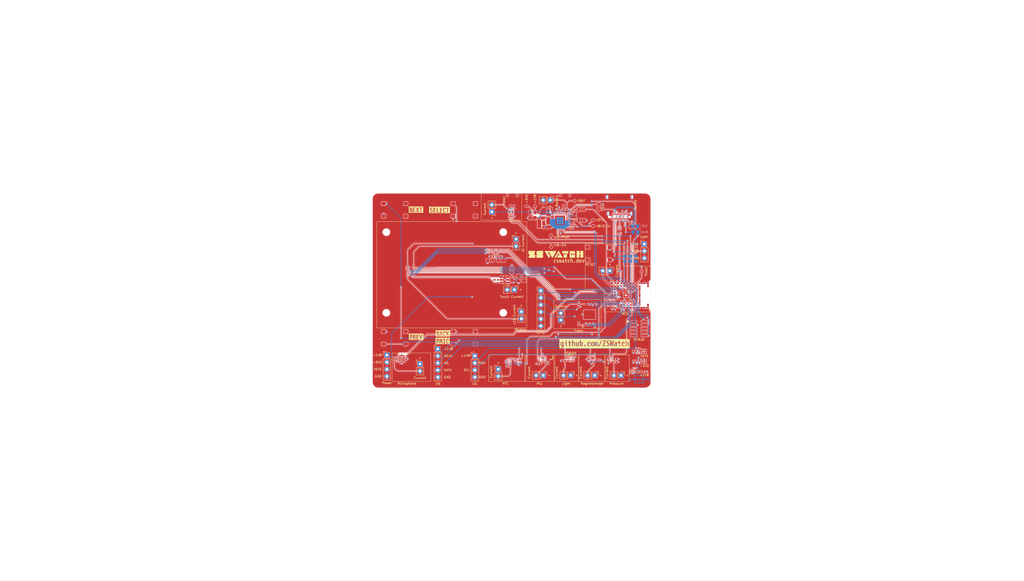
<source format=kicad_pcb>
(kicad_pcb (version 20241229) (generator "pcbnew") (generator_version "9.0")
  (title_block (title "Watch-DK") (date "2025-07-13") (rev "${REVISION}") (comment 1 "${COMPANY}"))
  (layers (0 "F.Cu" signal) (4 "In1.Cu" power "Inner1 (GND)") (6 "In2.Cu" power "Inner2") (2 "B.Cu" signal) (13 "F.Paste" user) (15 "B.Paste" user) (5 "F.SilkS" user "F.Silkscreen") (7 "B.SilkS" user "B.Silkscreen") (1 "F.Mask" user) (3 "B.Mask" user) (25 "Edge.Cuts" user))
  (property "ASSEMBLY_NOTES" "")
  (property "BOARD_NAME" "Watch-DK")
  (property "COMPANY" "null")
  (property "DESIGNER" "Daniel Kampert")
  (property "FABRICATION_NOTES" "")
  (property "GIT_HASH_PCB" "")
  (property "GIT_HASH_SCH" "")
  (property "GIT_URL" "")
  (property "PROJECT_NAME" "Watch-DK")
  (property "RELEASE_BODY_UNRELEASED" "Version Unreleased not found.")
  (property "RELEASE_DATE" "06-Jun-2025")
  (property "RELEASE_DATE_NUM" "2025-06-06")
  (property "RELEASE_TITLE_UNRELEASED" "Version Unreleased not found.")
  (property "REVISION" "(Unreleased)")
  (property "SHEET_NAME_1" "Cover Page")
  (property "SHEET_NAME_10" "......................................")
  (property "SHEET_NAME_11" "......................................")
  (property "SHEET_NAME_12" "......................................")
  (property "SHEET_NAME_13" "......................................")
  (property "SHEET_NAME_14" "......................................")
  (property "SHEET_NAME_15" "......................................")
  (property "SHEET_NAME_16" "......................................")
  (property "SHEET_NAME_17" "......................................")
  (property "SHEET_NAME_18" "......................................")
  (property "SHEET_NAME_19" "......................................")
  (property "SHEET_NAME_2" "Block Diagram")
  (property "SHEET_NAME_20" "......................................")
  (property "SHEET_NAME_21" "......................................")
  (property "SHEET_NAME_22" "......................................")
  (property "SHEET_NAME_23" "......................................")
  (property "SHEET_NAME_24" "......................................")
  (property "SHEET_NAME_25" "......................................")
  (property "SHEET_NAME_26" "......................................")
  (property "SHEET_NAME_27" "......................................")
  (property "SHEET_NAME_28" "......................................")
  (property "SHEET_NAME_29" "......................................")
  (property "SHEET_NAME_3" "Project Architecture")
  (property "SHEET_NAME_30" "......................................")
  (property "SHEET_NAME_31" "......................................")
  (property "SHEET_NAME_32" "......................................")
  (property "SHEET_NAME_33" "......................................")
  (property "SHEET_NAME_34" "......................................")
  (property "SHEET_NAME_35" "......................................")
  (property "SHEET_NAME_36" "......................................")
  (property "SHEET_NAME_37" "......................................")
  (property "SHEET_NAME_38" "......................................")
  (property "SHEET_NAME_39" "......................................")
  (property "SHEET_NAME_4" "Power")
  (property "SHEET_NAME_40" "......................................")
  (property "SHEET_NAME_5" "Peripherals")
  (property "SHEET_NAME_6" "MCU")
  (property "SHEET_NAME_7" "Power - Sequencing")
  (property "SHEET_NAME_8" "Revision History")
  (property "SHEET_NAME_9" "......................................")
  (property "VARIANT" "PRELIMINARY")
  (net 0 "")
  (net 1 "GND")
  (net 2 "+1V8")
  (net 3 "LEDK2")
  (net 4 "LEDK1")
  (net 5 "/Project Architecture/Peripherals/VBAT")
  (net 6 "DISPLAY-BLK")
  (net 7 "QSPI-CS")
  (net 8 "QSPI-IO1")
  (net 9 "QSPI-IO2")
  (net 10 "QSPI-IO0")
  (net 11 "QSPI-CLK")
  (net 12 "QSPI-IO3")
  (net 13 "TOUCH-INT")
  (net 14 "TOUCH-SCL")
  (net 15 "TOUCH-SDA")
  (net 16 "TOUCH-RST")
  (net 17 "DISPLAY-EN")
  (net 18 "RESETn")
  (net 19 "DISPLAY-CS")
  (net 20 "DISPLAY-CLK")
  (net 21 "+3V0")
  (net 22 "/Project Architecture/Peripherals/VSYS")
  (net 23 "/Project Architecture/MCU/CC2")
  (net 24 "DISPLAY-DC")
  (net 25 "DISPLAY-RST")
  (net 26 "DISPLAY-DATA")
  (net 27 "/Project Architecture/MCU/PMIC-INT")
  (net 28 "/Project Architecture/MCU/CC1")
  (net 29 "/Project Architecture/MCU/SW2")
  (net 30 "/Project Architecture/MCU/SDA")
  (net 31 "/Project Architecture/MCU/SCL")
  (net 32 "/Project Architecture/MCU/~{RTC-INT}")
  (net 33 "SWDCLK")
  (net 34 "SWDIO")
  (net 35 "/Project Architecture/MCU/BMI270-INT")
  (net 36 "/Project Architecture/MCU/LIS2MDL-INT")
  (net 37 "/Project Architecture/MCU/VIB-PWM")
  (net 38 "USB-D-")
  (net 39 "USB-D+")
  (net 40 "/Project Architecture/MCU/VIB-EN")
  (net 41 "/Project Architecture/MCU/D+")
  (net 42 "TxD")
  (net 43 "/Project Architecture/MCU/D-")
  (net 44 "/Project Architecture/MCU/USB-VBUS-In")
  (net 45 "RxD")
  (net 46 "/Project Architecture/MCU/SW1")
  (net 47 "/Project Architecture/MCU/Data")
  (net 48 "/Project Architecture/MCU/SW4")
  (net 49 "/Project Architecture/MCU/SW3")
  (net 50 "/Project Architecture/MCU/MIC-CLK")
  (net 51 "/Project Architecture/MCU/WS")
  (net 52 "/Project Architecture/MCU/USB-VBUS-Out")
  (net 53 "/Project Architecture/MCU/MIC-DATA")
  (net 54 "/Project Architecture/MCU/MCLK")
  (net 55 "Net-(D401-A)")
  (net 56 "Net-(D402-A)")
  (net 57 "Net-(D403-A)")
  (net 58 "Net-(D402-K)")
  (net 59 "Net-(Q401-PadD)")
  (net 60 "Net-(Q404-PadD)")
  (net 61 "Net-(IC601-VIN)")
  (net 62 "Net-(IC603-VCC)")
  (net 63 "Net-(IC604-VCCA)")
  (net 64 "Net-(IC604-VCCB)")
  (net 65 "Net-(IC601-ISET)")
  (net 66 "Net-(IC604-B1)")
  (net 67 "Net-(IC604-B3)")
  (net 68 "Net-(IC604-B2)")
  (net 69 "Net-(IC604-B4)")
  (net 72 "Net-(M601A-VDDH)")
  (net 76 "Net-(M601C-P1.14)")
  (net 77 "Net-(M601B-P0.05{slash}AIN1)")
  (net 83 "Net-(M601B-P0.04{slash}AIN0)")
  (net 86 "Net-(M601B-P0.22)")
  (net 88 "Net-(X603-CC1)")
  (net 89 "Net-(X603-CC2)")
  (net 90 "Net-(X603-RX1-)")
  (net 91 "Net-(X603-RX1+)")
  (net 92 "Net-(X603-TX1+)")
  (net 93 "Net-(X603-TX1-)")
  (net 94 "Net-(X603-SBU1)")
  (net 99 "Net-(X607-Pin_2)")
  (net 100 "Net-(X608-LEDA1)")
  (net 101 "Net-(X608-CTP-VDD)")
  (net 103 "Net-(IC501-VDD)")
  (net 104 "Net-(MK501-VDD)")
  (net 105 "Net-(IC502-VDD)")
  (net 106 "Net-(IC503-C1)")
  (net 107 "Net-(IC503-VDD)")
  (net 108 "Net-(IC504-VDD)")
  (net 109 "Net-(IC505-VDD)")
  (net 121 "Net-(IC505-OUT+)")
  (net 122 "Net-(IC505-OUT-)")
  (net 124 "Net-(IC401-V_{BUS})")
  (net 125 "Net-(IC401-VBUS_{OUT})")
  (net 126 "Net-(IC401-VOUT2)")
  (net 127 "Net-(IC401-VOUT1)")
  (net 128 "Net-(D401-K)")
  (net 129 "Net-(IC401-SW1)")
  (net 130 "Net-(IC401-SW2)")
  (net 131 "Net-(IC401-VSET1)")
  (net 134 "Net-(IC401-VSET2)")
  (net 136 "/Project Architecture/Peripherals/VMIC")
  (net 144 "Net-(IC507-VDD)")
  (net 145 "Net-(IC506-SDA_{2})")
  (net 146 "Net-(IC506-SCL_{2})")
  (net 147 "Net-(IC506-EN)")
  (footprint "Capacitor_SMD:C_0402_1005Metric" (layer "F.Cu") (at 224.58 120.2 180)
    (property "Reference" "C410" (hide yes))
    (property "Value" "10u" (hide yes))
  )
  (footprint "Resistor_SMD:R_0805_2012Metric" (layer "F.Cu") (at 251.6125 126.1)
    (property "Reference" "R605" (hide yes))
    (property "Value" "0R" (hide yes))
  )
  (footprint "Resistor_SMD:R_0805_2012Metric" (layer "F.Cu") (at 233.2 123.749 180)
    (property "Reference" "R409" (hide yes))
    (property "Value" "0R" (hide yes))
  )
  (footprint "Package_DFN_Kampi:DFN-1006-3" (layer "F.Cu") (at 253.9 171.4)
    (property "Reference" "Q403" (hide yes))
    (property "Value" "PMZ550UNEYL" (hide yes))
  )
  (footprint "Resistor_SMD:R_0805_2012Metric" (layer "F.Cu") (at 204.1875 138.2)
    (property "Reference" "R615" (hide yes))
    (property "Value" "0R" (hide yes))
  )
  (footprint "Package_TO_SOT_SMD:SOT-666" (layer "F.Cu") (at 246.8 127.7875 -90)
    (property "Reference" "IC602" (hide yes))
    (property "Value" "USBLC6-2P6" (hide yes))
  )
  (footprint "Resistor_SMD:R_0402_1005Metric" (layer "F.Cu") (at 250.8 178.2 90)
    (property "Reference" "R403" (hide yes))
    (property "Value" "100k" (hide yes))
  )
  (footprint "Wuerth:WS-TASV-6x6" (layer "F.Cu") (at 166 166)
    (property "Reference" "S503" (hide yes))
    (property "Value" "SW3" (hide yes))
  )
  (footprint "TestPoint:TestPoint_Pad_D1.0mm" (layer "F.Cu") (at 222.2 129.2)
    (property "Reference" "TP502" (hide yes))
    (property "Value" "VIB-PWM")
  )
  (footprint "Connector_PinHeader_2.54mm:PinHeader_1x02_P2.54mm_Vertical" (layer "F.Cu") (at 200.9 120.7 180)
    (property "Reference" "X508" (hide yes))
    (property "Value" "Current")
  )
  (footprint "Wuerth:WS-TASV-6x6" (layer "F.Cu") (at 166 120)
    (property "Reference" "S504" (hide yes))
    (property "Value" "SW4" (hide yes))
  )
  (footprint "Resistor_SMD:R_0805_2012Metric" (layer "F.Cu") (at 212.5 144.6 -90)
    (property "Reference" "R613" (hide yes))
    (property "Value" "100k" (hide yes))
  )
  (footprint "Samtec:SHF-105-01-L-D-SM-TR" (layer "F.Cu") (at 253.75 162.677)
    (property "Reference" "X601" (hide yes))
    (property "Value" "DEBUG")
  )
  (footprint "Package_DFN_QFN:QFN-32-1EP_5x5mm_P0.5mm_EP3.6x3.6mm_ThermalVias" (layer "F.Cu") (at 225.38779 123.8304)
    (property "Reference" "IC401" (hide yes))
    (property "Value" "nPM1300-QEXX" (hide yes))
  )
  (footprint "Connector_PinHeader_2.54mm:PinHeader_1x02_P2.54mm_Vertical" (layer "F.Cu") (at 175.1 175.4)
    (property "Reference" "X503" (hide yes))
    (property "Value" "Current")
  )
  (footprint "Molex:78171-0002" (layer "F.Cu") (at 208.25 116.7 180)
    (property "Reference" "X509" (hide yes))
    (property "Value" "Motor")
  )
  (footprint "OptoDevice:Broadcom_DFN-6_2x2mm_P0.65mm" (layer "F.Cu") (at 229.2925 173.55)
    (property "Reference" "IC501")
    (property "Value" "APDS-9306-065")
  )
  (footprint "MountingHole:MountingHole_2.5mm" (layer "F.Cu") (at 205 157)
    (property "Reference" "REF**" (hide yes))
    (property "Value" "MountingHole_2.5mm" (hide yes))
  )
  (footprint "Connector_PinHeader_2.54mm:PinHeader_1x02_P2.54mm_Vertical" (layer "F.Cu") (at 211.5 156.6)
    (property "Reference" "X610" (hide yes))
    (property "Value" "LED Current")
  )
  (footprint "Connector_PinHeader_2.54mm:PinHeader_1x04_P2.54mm_Vertical" (layer "F.Cu") (at 163.2 172.22)
    (property "Reference" "X403" (hide yes))
    (property "Value" "Power")
  )
  (footprint "Capacitor_SMD:C_0402_1005Metric" (layer "F.Cu") (at 227.3 119.8 180)
    (property "Reference" "C403" (hide yes))
    (property "Value" "2u2" (hide yes))
  )
  (footprint "Connector_PinHeader_2.54mm:PinHeader_1x04_P2.54mm_Vertical" (layer "F.Cu") (at 194.8 172.49)
    (property "Reference" "X504" (hide yes))
    (property "Value" "I2C")
  )
  (footprint "kibuzzard-68304292" (layer "F.Cu") (at 173.65 119.9)
    (property "Reference" "kibuzzard-68304292" (hide yes))
    (property "Value" "G***" (hide yes))
  )
  (footprint "Connector_PinHeader_2.54mm:PinHeader_1x02_P2.54mm_Vertical" (layer "F.Cu") (at 225.7 159.64 180)
    (property "Reference" "X606" (hide yes))
    (property "Value" "Current")
  )
  (footprint "Package_QFN:WQFN-10_2x2mm_P0.5mm" (layer "F.Cu") (at 207.85 122.35 90)
    (property "Reference" "IC505" (hide yes))
    (property "Value" "DRV2603RUNT" (hide yes))
  )
  (footprint "Connector_PinHeader_2.54mm:PinHeader_1x02_P2.54mm_Vertical" (layer "F.Cu") (at 221.865 116.5 -90)
    (property "Reference" "X401" (hide yes))
    (property "Value" "Battery" (hide yes))
  )
  (footprint "Connector_PinHeader_2.54mm:PinHeader_1x02_P2.54mm_Vertical" (layer "F.Cu") (at 229.2 179.5 -90)
    (property "Reference" "X501" (hide yes))
    (property "Value" "Current")
  )
  (footprint "Connector_PinHeader_2.54mm:PinHeader_1x05_P2.54mm_Vertical" (layer "F.Cu") (at 181.5 169.98)
    (property "Reference" "X502" (hide yes))
    (property "Value" "I2S")
  )
  (footprint "Connector_PinHeader_2.54mm:PinHeader_1x02_P2.54mm_Vertical" (layer "F.Cu") (at 237.84 179.5 -90)
    (property "Reference" "X506" (hide yes))
    (property "Value" "Current")
  )
  (footprint "kibuzzard-68303879" (layer "F.Cu") (at 237.8 168.1)
    (property "Reference" "kibuzzard-68303879" (hide yes))
    (property "Value" "G***" (hide yes))
  )
  (footprint "Capacitor_SMD:C_0402_1005Metric" (layer "F.Cu") (at 235.5 173.275 -90)
    (property "Reference" "C505" (hide yes))
    (property "Value" "220n" (hide yes))
  )
  (footprint "Connector_PinHeader_2.54mm:PinHeader_1x02_P2.54mm_Vertical" (layer "F.Cu") (at 209.6 130.525)
    (property "Reference" "X607" (hide yes))
    (property "Value" "IO Current")
  )
  (footprint "Resistor_SMD:R_0402_1005Metric" (layer "F.Cu") (at 255.7 170.4 180)
    (property "Reference" "R405" (hide yes))
    (property "Value" "560R" (hide yes))
  )
  (footprint "Capacitor_SMD:C_0402_1005Metric" (layer "F.Cu") (at 230 121.3)
    (property "Reference" "C404" (hide yes))
    (property "Value" "1u" (hide yes))
  )
  (footprint "Capacitor_SMD:C_0402_1005Metric" (layer "F.Cu") (at 207.1 176.22 180)
    (property "Reference" "C511" (hide yes))
    (property "Value" "100n" (hide yes))
  )
  (footprint "Package_SON:WSON-8-1EP_8x6mm_P1.27mm_EP3.4x4.3mm" (layer "F.Cu") (at 235.995 157.65 90)
    (property "Reference" "IC603" (hide yes))
    (property "Value" "MX25U51245GZ4I00" (hide yes))
  )
  (footprint "kibuzzard-68304289" (layer "F.Cu") (at 183.3 164.4)
    (property "Reference" "kibuzzard-68304289" (hide yes))
    (property "Value" "G***" (hide yes))
  )
  (footprint "Resistor_SMD:R_0402_1005Metric" (layer "F.Cu") (at 240.8 119.3 -90)
    (property "Reference" "R604" (hide yes))
    (property "Value" "5k1" (hide yes))
  )
  (footprint "TestPoint:TestPoint_Pad_D1.0mm" (layer "F.Cu") (at 216.4 118.7)
    (property "Reference" "TP403" (hide yes))
    (property "Value" "+1V8")
  )
  (footprint "Package_SON_Kampi:XSON-8_0.65x0.17mm_P0.35mm" (layer "F.Cu") (at 210.3 173.975 180)
    (property "Reference" "IC506" (hide yes))
    (property "Value" "PCA9306JK" (hide yes))
  )
  (footprint "TestPoint:TestPoint_Pad_D1.0mm" (layer "F.Cu") (at 213.4 118.7)
    (property "Reference" "TP404" (hide yes))
    (property "Value" "+3V0")
  )
  (footprint "Capacitor_SMD:C_0402_1005Metric" (layer "F.Cu") (at 232.17 154.4 90)
    (property "Reference" "C602" (hide yes))
    (property "Value" "100n" (hide yes))
  )
  (footprint "Connector_PinHeader_2.54mm:PinHeader_1x02_P2.54mm_Vertical" (layer "F.Cu") (at 219.34 179.5 -90)
    (property "Reference" "X505" (hide yes))
    (property "Value" "Current")
  )
  (footprint "Knowles:SPK0641HT4H-1" (layer "F.Cu") (at 168.485 173.575 -90)
    (property "Reference" "MK501" (hide yes))
    (property "Value" "SPK0641HT4H-1" (hide yes))
  )
  (footprint "Connector_PinHeader_2.54mm:PinHeader_1x03_P2.54mm_Vertical" (layer "F.Cu") (at 255.7 132.27)
    (property "Reference" "X604" (hide yes))
    (property "Value" "UART")
  )
  (footprint "Resistor_SMD:R_0805_2012Metric" (layer "F.Cu") (at 215.5 120.9)
    (property "Reference" "R410" (hide yes))
    (property "Value" "0R" (hide yes))
  )
  (footprint "Resistor_SMD:R_0805_2012Metric" (layer "F.Cu") (at 200.275 138.2 180)
    (property "Reference" "R616" (hide yes))
    (property "Value" "0R" (hide yes))
  )
  (footprint "Resistor_SMD:R_0402_1005Metric" (layer "F.Cu") (at 251.21 124.6)
    (property "Reference" "R603" (hide yes))
    (property "Value" "5k1" (hide yes))
  )
  (footprint "Resistor_SMD:R_0402_1005Metric" (layer "F.Cu") (at 229.47941 126.5384 180)
    (property "Reference" "R408" (hide yes))
    (property "Value" "100k" (hide yes))
  )
  (footprint "Molex:78171-0002" (layer "F.Cu") (at 227.2 116.7 180)
    (property "Reference" "X402" (hide yes))
    (property "Value" "Battery")
  )
  (footprint "Capacitor_SMD:C_0402_1005Metric" (layer "F.Cu") (at 218.02 175.3325 180)
    (property "Reference" "C503" (hide yes))
    (property "Value" "100n" (hide yes))
  )
  (footprint "Micro Crystal:RV-8263-C8" (layer "F.Cu") (at 207.1 174.535)
    (property "Reference" "IC507" (hide yes))
    (property "Value" "RV-8263-C8" (hide yes))
  )
  (footprint "kibuzzard-68304278" (layer "F.Cu") (at 173.7 165.6)
    (property "Reference" "kibuzzard-68304278" (hide yes))
    (property "Value" "G***" (hide yes))
  )
  (footprint "Connector_PinHeader_2.54mm:PinHeader_1x02_P2.54mm_Vertical" (layer "F.Cu") (at 247.3 179.5 -90)
    (property "Reference" "X507" (hide yes))
    (property "Value" "Current")
  )
  (footprint "Package_LGA_Kampi:Bosch_LGA-10_2x2mm_P0.5mm_ClockwisePinNumbering" (layer "F.Cu") (at 243.3 173.7575 -90)
    (property "Reference" "IC504" (hide yes))
    (property "Value" "BMP581" (hide yes))
  )
  (footprint "Capacitor_SMD:C_0402_1005Metric" (layer "F.Cu") (at 207.8 120.7 180)
    (property "Reference" "C510" (hide yes))
    (property "Value" "100n" (hide yes))
  )
  (footprint "TestPoint:TestPoint_Pad_D1.0mm" (layer "F.Cu") (at 222.2 133.3)
    (property "Reference" "TP501" (hide yes))
    (property "Value" "VIB-EN")
  )
  (footprint "LED_SMD:LED_0402_1005Metric" (layer "F.Cu") (at 255.7 178.2 180)
    (property "Reference" "D403" (hide yes))
    (property "Value" "+1V8")
  )
  (footprint "kibuzzard-6830428E" (layer "F.Cu") (at 182.1 120)
    (property "Reference" "kibuzzard-6830428E" (hide yes))
    (property "Value" "G***" (hide yes))
  )
  (footprint "Connector_USB:USB_C_Receptacle_Amphenol_12401610E4-2A" (layer "F.Cu") (at 246.8 118.2 180)
    (property "Reference" "X603" (hide yes))
    (property "Value" "Device")
  )
  (footprint "TestPoint:TestPoint_Pad_D1.0mm" (layer "F.Cu") (at 254.7 142.2)
    (property "Reference" "TP601" (hide yes))
    (property "Value" "Reset")
  )
  (footprint "Capacitor_SMD:C_0603_1608Metric" (layer "F.Cu") (at 221.15141 125.4084 -90)
    (property "Reference" "C408" (hide yes))
    (property "Value" "10u" (hide yes))
  )
  (footprint "Resistor_SMD:R_0402_1005Metric" (layer "F.Cu") (at 255.7 173.9 180)
    (property "Reference" "R404" (hide yes))
    (property "Value" "560R" (hide yes))
  )
  (footprint "Capacitor_SMD:C_0402_1005Metric" (layer "F.Cu") (at 165.9 174.02 90)
    (property "Reference" "C502" (hide yes))
    (property "Value" "100n" (hide yes))
  )
  (footprint "Package_LGA_Kampi:Bosch_LGA-14_3x2.5mm_P0.5mm_LayoutBorder3x4y" (layer "F.Cu") (at 219.1 173.55)
    (property "Reference" "IC502" (hide yes))
    (property "Value" "BMI270" (hide yes))
  )
  (footprint "Resistor_SMD:R_0805_2012Metric" (layer "F.Cu") (at 239.3 118.9 -90)
    (property "Reference" "R606" (hide yes))
    (property "Value" "0R" (hide yes))
  )
  (footprint "Inductor_SMD_Kampi:L_0806_2016" (layer "F.Cu") (at 218.73841 124.6594)
    (property "Reference" "L401" (hide yes))
    (property "Value" "2u2" (hide yes))
  )
  (footprint "uBlox:NORA-B106" (layer "F.Cu") (at 251 150.75)
    (property "Reference" "M601" (hide yes))
    (property "Value" "NORA-B106" (hide yes))
  )
  (footprint "LED_SMD:LED_0402_1005Metric" (layer "F.Cu") (at 255.7 174.9)
    (property "Reference" "D401" (hide yes))
    (property "Value" "+3V0")
  )
  (footprint "Capacitor_SMD:C_0603_1608Metric" (layer "F.Cu") (at 221.15141 122.3734 90)
    (property "Reference" "C406" (hide yes))
    (property "Value" "10u" (hide yes))
  )
  (footprint "Capacitor_SMD:C_0402_1005Metric" (layer "F.Cu") (at 221.8096 119.9304 180)
    (property "Reference" "C407" (hide yes))
    (property "Value" "10u" (hide yes))
  )
  (footprint "Capacitor_SMD:C_0402_1005Metric" (layer "F.Cu") (at 218.77941 126.1384)
    (property "Reference" "C405" (hide yes))
    (property "Value" "10u" (hide yes))
  )
  (footprint "Capacitor_SMD:C_0402_1005Metric" (layer "F.Cu") (at 226.7075 174.2 180)
    (property "Reference" "C501" (hide yes))
    (property "Value" "100n" (hide yes))
  )
  (footprint "Connector_PinHeader_2.54mm:PinHeader_1x02_P2.54mm_Vertical" (layer "F.Cu") (at 208.975 148.7 -90)
    (property "Reference" "X609" (hide yes))
    (property "Value" "Touch Current")
  )
  (footprint "Capacitor_SMD:C_0402_1005Metric" (layer "F.Cu") (at 220.7 175.3 180)
    (property "Reference" "C504" (hide yes))
    (property "Value" "100n" (hide yes))
  )
  (footprint "Capacitor_SMD:C_0402_1005Metric" (layer "F.Cu") (at 208.5 144.1875 180)
    (property "Reference" "C601" (hide yes))
    (property "Value" "1u" (hide yes))
  )
  (footprint "Package_LGA_Kampi:LGA-12_2x2mm_P0.5mm" (layer "F.Cu") (at 237.0625 173.225 -90)
    (property "Reference" "IC503" (hide yes))
    (property "Value" "LIS2MDLTR" (hide yes))
  )
  (footprint "Capacitor_SMD:C_0402_1005Metric" (layer "F.Cu") (at 239.1 173.975)
    (property "Reference" "C506" (hide yes))
    (property "Value" "10u" (hide yes))
  )
  (footprint "Inductor_SMD_Kampi:L_0806_2016" (layer "F.Cu") (at 219.24641 122.1194 -90)
    (property "Reference" "L402" (hide yes))
    (property "Value" "2u2" (hide yes))
  )
  (footprint "Capacitor_SMD:C_0603_1608Metric" (layer "F.Cu") (at 229.59062 123.269 90)
    (property "Reference" "C409" (hide yes))
    (property "Value" "10u" (hide yes))
  )
  (footprint "Resistor_SMD:R_0805_2012Metric" (layer "F.Cu") (at 208.02 141.6875 -90)
    (property "Reference" "R602" (hide yes))
    (property "Value" "0R" (hide yes))
  )
  (footprint "Resistor_SMD:R_0402_1005Metric" (layer "F.Cu") (at 252.2 170.8 180)
    (property "Reference" "R402" (hide yes))
    (property "Value" "100k" (hide yes))
  )
  (footprint "Wuerth:WS-TASV-6x6" (layer "F.Cu") (at 191 166)
    (property "Reference" "S502" (hide yes))
    (property "Value" "SW2" (hide yes))
  )
  (footprint "MountingHole:MountingHole_2.5mm" (layer "F.Cu") (at 163 157)
    (property "Reference" "REF**" (hide yes))
    (property "Value" "MountingHole_2.5mm" (hide yes))
  )
  (footprint "Package_DFN_Kampi:DFN-1006-3" (layer "F.Cu") (at 252 177 180)
    (property "Reference" "Q401" (hide yes))
    (property "Value" "PMZ550UNEYL" (hide yes))
  )
  (footprint "Capacitor_SMD:C_0402_1005Metric" (layer "F.Cu") (at 245.3 173.7 180)
    (property "Reference" "C508" (hide yes))
    (property "Value" "100n" (hide yes))
  )
  (footprint "Resistor_SMD:R_0805_2012Metric" (layer "F.Cu") (at 215.5 122.9)
    (property "Reference" "R411" (hide yes))
    (property "Value" "0R" (hide yes))
  )
  (footprint "Resistor_SMD:R_0402_1005Metric" (layer "F.Cu") (at 202.5 145.1375)
    (property "Reference" "R601" (hide yes))
    (property "Value" "12k" (hide yes))
  )
  (footprint "MountingHole:MountingHole_2.5mm" (layer "F.Cu") (at 205 128)
    (property "Reference" "REF**" (hide yes))
    (property "Value" "MountingHole_2.5mm" (hide yes))
  )
  (footprint "Package_TO_SOT_SMD:TSOT-23-6" (layer "F.Cu") (at 205.5 145.1375 180)
    (property "Reference" "IC601" (hide yes))
    (property "Value" "FAN5622SX" (hide yes))
  )
  (footprint "kibuzzard-68304463" (layer "F.Cu") (at 228.6 138.2)
    (property "Reference" "kibuzzard-68304463" (hide yes))
    (property "Value" "G***" (hide yes))
  )
  (footprint "Resistor_SMD:R_0805_2012Metric" (layer "F.Cu") (at 233 119.8)
    (property "Reference" "R412" (hide yes))
    (property "Value" "0R" (hide yes))
  )
  (footprint "Connector_PinHeader_2.54mm:PinHeader_1x02_P2.54mm_Vertical" (layer "F.Cu") (at 203.2 177.26)
    (property "Reference" "X510" (hide yes))
    (property "Value" "Current")
  )
  (footprint "Connector_PinHeader_2.54mm:PinHeader_1x06_P2.54mm_Vertical" (layer "F.Cu") (at 218.5 149.05)
    (property "Reference" "X605" (hide yes))
    (property "Value" "GPIO")
  )
  (footprint "Resistor_SMD:R_0402_1005Metric" (layer "F.Cu") (at 232.17 160.91 -90)
    (property "Reference" "R612" (hide yes))
    (property "Value" "100k" (hide yes))
  )
  (footprint "Wuerth:WS-TASV-6x6" (layer "F.Cu") (at 191 120)
    (property "Reference" "S501" (hide yes))
    (property "Value" "SW1" (hide yes))
  )
  (footprint "MountingHole:MountingHole_2.5mm" (layer "F.Cu") (at 163 128)
    (property "Reference" "REF**" (hide yes))
    (property "Value" "MountingHole_2.5mm" (hide yes))
  )
  (footprint "Capacitor_SMD:C_0402_1005Metric" (layer "F.Cu") (at 231 123.3 90)
    (property "Reference" "C401" (hide yes))
    (property "Value" "1u" (hide yes))
  )
  (footprint "Resistor_SMD:R_0402_1005Metric" (layer "F.Cu") (at 253.7 178.2 180)
    (property "Reference" "R406" (hide yes))
    (property "Value" "560R" (hide yes))
  )
  (footprint "TestPoint:TestPoint_Pad_D1.0mm" (layer "F.Cu") (at 230.6 116.725)
    (property "Reference" "TP402" (hide yes))
    (property "Value" "VBAT")
  )
  (footprint "Capacitor_SMD:C_0402_1005Metric" (layer "F.Cu") (at 201.075 136.7 180)
    (property "Reference" "C604" (hide yes))
    (property "Value" "100n" (hide yes))
  )
  (footprint "EastRising:ER-CON0.4-24P" (layer "F.Cu") (at 171.7 142.1 90)
    (property "Reference" "X608" (hide yes))
    (property "Value" "Display" (hide yes))
  )
  (footprint "LED_SMD:LED_0402_1005Metric" (layer "F.Cu") (at 255.7 171.4)
    (property "Reference" "D402" (hide yes))
    (property "Value" "VSYS")
  )
  (footprint "Capacitor_SMD:C_0402_1005Metric" (layer "F.Cu") (at 245.3 174.7)
    (property "Reference" "C509" (hide yes))
    (property "Value" "100n" (hide yes))
  )
  (footprint "Capacitor_SMD:C_0402_1005Metric" (layer "F.Cu") (at 225.13779 127.9 -90)
    (property "Reference" "C402" (hide yes))
    (property "Value" "100n" (hide yes))
  )
  (footprint "kibuzzard-683075F5" (layer "F.Cu") (at 183.2 167.1)
    (property "Reference" "kibuzzard-683075F5" (hide yes))
    (property "Value" "G***" (hide yes))
  )
  (footprint "Package_QFN:XQFN-12-1.7x2mm_P0.4mm" (layer "F.Cu") (at 202.295 134.95 180)
    (property "Reference" "IC604" (hide yes))
    (property "Value" "NTS0104GU12" (hide yes))
  )
  (footprint "Resistor_SMD:R_0402_1005Metric" (layer "F.Cu") (at 229.47941 125.5804 180)
    (property "Reference" "R407" (hide yes))
    (property "Value" "47k" (hide yes))
  )
  (footprint "TestPoint:TestPoint_Pad_D1.0mm" (layer "F.Cu") (at 237.3 125.8)
    (property "Reference" "TP401" (hide yes))
    (property "Value" "VBUS-In")
  )
  (footprint "Package_DFN_Kampi:DFN-1006-3" (layer "F.Cu") (at 252 178.2)
    (property "Reference" "Q404" (hide yes))
    (property "Value" "PMZB320UPEYL" (hide yes))
  )
  (footprint "Resistor_SMD:R_0805_2012Metric" (layer "F.Cu") (at 210.5 144.6 90)
    (property "Reference" "R614" (hide yes))
    (property "Value" "100k" (hide yes))
  )
  (footprint "Capacitor_SMD:C_0402_1005Metric" (layer "F.Cu") (at 237.1 174.775 180)
    (property "Reference" "C507" (hide yes))
    (property "Value" "100n" (hide yes))
  )
  (footprint "Resistor_SMD:R_0402_1005Metric" (layer "F.Cu") (at 252.2 174.3 180)
    (property "Reference" "R401" (hide yes))
    (property "Value" "100k" (hide yes))
  )
  (footprint "TestPoint:TestPoint_Pad_D1.0mm" (layer "F.Cu") (at 237.3 123.6)
    (property "Reference" "TP405" (hide yes))
    (property "Value" "VSYS")
  )
  (footprint "Package_DFN_Kampi:DFN-1006-3" (layer "F.Cu") (at 253.9 174.9)
    (property "Reference" "Q402" (hide yes))
    (property "Value" "PMZ550UNEYL" (hide yes))
  )
  (footprint "Resistor_SMD:R_0402_1005Metric" (layer "F.Cu") (at 210.4 175.2)
    (property "Reference" "R502" (hide yes))
    (property "Value" "100k" (hide yes))
  )
  (footprint "Wuerth:WS-TASV-6x6" (layer "F.Cu") (at 239.3 135.7 180)
    (property "Reference" "S601" (hide yes))
    (property "Value" "RESET")
  )
  (footprint "footprints:Logo" (layer "F.Cu") (at 223.8 135.9)
    (property "Reference" "G***" (hide yes))
    (property "Value" "LOGO" (hide yes))
  )
  (footprint "Capacitor_SMD:C_0402_1005Metric" (layer "F.Cu") (at 203.5375 136.7)
    (property "Reference" "C603" (hide yes))
    (property "Value" "100n" (hide yes))
  )
  (footprint "Connector_PinHeader_2.54mm:PinHeader_1x02_P2.54mm_Vertical" (layer "F.Cu") (at 243.3 141.9 -90)
    (property "Reference" "X602" (hide yes))
    (property "Value" "Current")
  )
  (footprint "Resistor_SMD:R_0805_2012Metric" (layer "B.Cu") (at 248.6 137.6 90)
    (property "Reference" "R607" (hide yes))
    (property "Value" "0R" (hide yes))
  )
  (footprint "Resistor_SMD:R_0805_2012Metric" (layer "B.Cu") (at 252.6 137.6 90)
    (property "Reference" "R611" (hide yes))
    (property "Value" "0R" (hide yes))
  )
  (footprint "Resistor_SMD:R_0805_2012Metric" (layer "B.Cu") (at 250.6 137.6 90)
    (property "Reference" "R608" (hide yes))
    (property "Value" "0R" (hide yes))
  )
  (footprint "Resistor_SMD:R_0805_2012Metric" (layer "B.Cu") (at 252.5 128 180)
    (property "Reference" "R609" (hide yes))
    (property "Value" "0R" (hide yes))
  )
  (footprint "Resistor_SMD:R_0805_2012Metric" (layer "B.Cu") (at 252.4 125.8 180)
    (property "Reference" "R610" (hide yes))
    (property "Value" "0R" (hide yes))
  )
  (gr_rect (start 252.1 179.6) (end 255.4 182.2) (stroke (width 0.2)) (fill no) (layer "B.Cu"))
  (gr_rect (start 199.8 172.1) (end 212.7 181.7) (stroke (width 0.1)) (fill no) (layer "F.SilkS"))
  (gr_rect (start 159.6 124.2) (end 213.5 162.4) (stroke (width 0.1)) (fill no) (layer "F.SilkS"))
  (gr_line (start 234.4 132.2) (end 248.1 132.2) (stroke (width 0.1)) (layer "F.SilkS"))
  (gr_line (start 248.1 140.15) (end 248.1 132.2) (stroke (width 0.1)) (layer "F.SilkS"))
  (gr_rect (start 223.5 172.1275) (end 231.9 181.7) (stroke (width 0.1)) (fill no) (layer "F.SilkS"))
  (gr_rect (start 241.7 172.1) (end 250.3 181.7) (stroke (width 0.1)) (fill no) (layer "F.SilkS"))
  (gr_circle (center 249.8 160.12) (end 250 160.12) (stroke (width 0.4)) (fill no) (layer "F.SilkS"))
  (gr_line (start 241.2 156.65) (end 257.85 156.65) (stroke (width 0.1)) (layer "F.SilkS"))
  (gr_line (start 222.7 173.1365) (end 222.573 173.3905) (stroke (width 0.15)) (layer "F.SilkS"))
  (gr_line (start 234.4 148.6) (end 241.2 148.6) (stroke (width 0.1)) (layer "F.SilkS"))
  (gr_line (start 197.1 114.1) (end 197.1 123.7) (stroke (width 0.1)) (layer "F.SilkS"))
  (gr_line (start 211.6 114.1) (end 211.6 123.7) (stroke (width 0.1)) (layer "F.SilkS"))
  (gr_line (start 222.7 173.1365) (end 222.827 173.3905) (stroke (width 0.15)) (layer "F.SilkS"))
  (gr_line (start 222.7 173.1365) (end 222.7 173.8) (stroke (width 0.15)) (layer "F.SilkS"))
  (gr_line (start 257.85 140.15) (end 248.1 140.15) (stroke (width 0.1)) (layer "F.SilkS"))
  (gr_line (start 234.4 132.2) (end 234.4 148.6) (stroke (width 0.1)) (layer "F.SilkS"))
  (gr_rect (start 165.1 171.4) (end 179 181.7) (stroke (width 0.1)) (fill no) (layer "F.SilkS"))
  (gr_rect (start 223.15 152.3) (end 240.15 162.7) (stroke (width 0.1)) (fill no) (layer "F.SilkS"))
  (gr_line (start 197.1 123.7) (end 211.6 123.7) (stroke (width 0.1)) (layer "F.SilkS"))
  (gr_rect (start 213 172.1275) (end 223.2 181.7) (stroke (width 0.1)) (fill no) (layer "F.SilkS"))
  (gr_line (start 222.065 173.8) (end 222.319 173.673) (stroke (width 0.15)) (layer "F.SilkS"))
  (gr_line (start 222.065 173.8) (end 222.7 173.8) (stroke (width 0.15)) (layer "F.SilkS"))
  (gr_line (start 222.065 173.8) (end 222.319 173.927) (stroke (width 0.15)) (layer "F.SilkS"))
  (gr_line (start 241.2 148.6) (end 241.2 156.65) (stroke (width 0.1)) (layer "F.SilkS"))
  (gr_rect (start 232.2 172.1) (end 241.4 181.7) (stroke (width 0.1)) (fill no) (layer "F.SilkS"))
  (gr_line (start 251.75 136.4) (end 251.75 135.6) (stroke (width 0.1)) (layer "B.SilkS"))
  (gr_line (start 253.55 127.15) (end 254.35 127.15) (stroke (width 0.1)) (layer "B.SilkS"))
  (gr_line (start 253.55 128.85) (end 254.35 128.85) (stroke (width 0.1)) (layer "B.SilkS"))
  (gr_line (start 251.75 135.6) (end 253.45 135.6) (stroke (width 0.1)) (layer "B.SilkS"))
  (gr_line (start 247.75 136.4) (end 247.75 135.6) (stroke (width 0.1)) (layer "B.SilkS"))
  (gr_line (start 253.45 124.95) (end 254.25 124.95) (stroke (width 0.1)) (layer "B.SilkS"))
  (gr_line (start 253.45 126.65) (end 254.25 126.65) (stroke (width 0.1)) (layer "B.SilkS"))
  (gr_line (start 254.35 127.15) (end 254.35 128.85) (stroke (width 0.1)) (layer "B.SilkS"))
  (gr_line (start 251.45 135.6) (end 251.45 136.4) (stroke (width 0.1)) (layer "B.SilkS"))
  (gr_line (start 247.75 135.6) (end 251.45 135.6) (stroke (width 0.1)) (layer "B.SilkS"))
  (gr_line (start 254.25 124.95) (end 254.25 126.65) (stroke (width 0.1)) (layer "B.SilkS"))
  (gr_line (start 256 114) (end 160 114) (stroke (width 0.05)) (layer "Edge.Cuts"))
  (gr_line (start 160 184) (end 256 184) (stroke (width 0.05)) (layer "Edge.Cuts"))
  (gr_line (start 158 116) (end 158 182) (stroke (width 0.05)) (layer "Edge.Cuts"))
  (gr_arc (start 256 114) (mid 257.414214 114.585786) (end 258 116) (stroke (width 0.05)) (layer "Edge.Cuts"))
  (gr_arc (start 160 184) (mid 158.585786 183.414214) (end 158 182) (stroke (width 0.05)) (layer "Edge.Cuts"))
  (gr_line (start 258 182) (end 258 116) (stroke (width 0.05)) (layer "Edge.Cuts"))
  (gr_arc (start 258 182) (mid 257.414214 183.414214) (end 256 184) (stroke (width 0.05)) (layer "Edge.Cuts"))
  (gr_arc (start 158 116) (mid 158.585786 114.585786) (end 160 114) (stroke (width 0.05)) (layer "Edge.Cuts"))
  (gr_text "${REVISION}" (at 253.75 180.9 0) (layer "B.Cu") (effects (font (size 0.8 0.8) (thickness 0.12)) (justify mirror)))
  (gr_text "SDA" (at 196.2 175.03 0) (layer "F.SilkS") (effects (font (size 0.8 0.8) (thickness 0.12)) (justify left)))
  (gr_text "+" (at 203.2 175 0) (layer "F.SilkS") (effects (font (size 0.8 0.8) (thickness 0.12))))
  (gr_text "+" (at 209.6 128.2 0) (layer "F.SilkS") (effects (font (size 0.8 0.8) (thickness 0.12))))
  (gr_text "GND" (at 251.4 137.35 0) (layer "F.SilkS") (effects (font (size 0.8 0.8) (thickness 0.12)) (justify left)))
  (gr_text "+" (at 228.55 120.2 0) (layer "F.SilkS") (effects (font (size 0.8 0.8) (thickness 0.12)) (justify left bottom)))
  (gr_text "IMU" (at 216.8 182.9 0) (layer "F.SilkS") (effects (font (size 0.8 0.8) (thickness 0.12)) (justify left bottom)))
  (gr_text "SCL" (at 193.1 177.57 0) (layer "F.SilkS") (effects (font (size 0.8 0.8) (thickness 0.12)) (justify right)))
  (gr_text "+" (at 249.5 179.5 0) (layer "F.SilkS") (effects (font (size 0.8 0.8) (thickness 0.12))))
  (gr_text "-" (at 218.7 118.7 0) (layer "F.SilkS") (effects (font (size 0.8 0.8) (thickness 0.12)) (justify left)))
  (gr_text "MCU" (at 247.5 157.85 0) (layer "F.SilkS") (effects (font (size 0.8 0.8) (thickness 0.12)) (justify left bottom)))
  (gr_text "+1V8" (at 193.1 172.38 0) (layer "F.SilkS") (effects (font (size 0.8 0.8) (thickness 0.12)) (justify right)))
  (gr_text "GND" (at 196.2 180.11 0) (layer "F.SilkS") (effects (font (size 0.8 0.8) (thickness 0.12)) (justify left)))
  (gr_text "Display" (at 209 163.5 0) (layer "F.SilkS") (effects (font (size 0.8 0.8) (thickness 0.12)) (justify left bottom)))
  (gr_text "GND" (at 161.4 179.84 0) (layer "F.SilkS") (effects (font (size 0.8 0.8) (thickness 0.12)) (justify right)))
  (gr_text "+" (at 211.5 154.4 270) (layer "F.SilkS") (effects (font (size 0.8 0.8) (thickness 0.12))))
  (gr_text "+" (at 200.9 122.9 0) (layer "F.SilkS") (effects (font (size 0.8 0.8) (thickness 0.12))))
  (gr_text "-" (at 209.1 119.9 0) (layer "F.SilkS") (effects (font (size 0.8 0.8) (thickness 0.12)) (justify left bottom)))
  (gr_text "-" (at 224.95 120.2 0) (layer "F.SilkS") (effects (font (size 0.8 0.8) (thickness 0.12)) (justify left bottom)))
  (gr_text "TxD" (at 251.4 132.25 0) (layer "F.SilkS") (effects (font (size 0.8 0.8) (thickness 0.12)) (justify left)))
  (gr_text "GND" (at 183.6 180.14 0) (layer "F.SilkS") (effects (font (size 0.8 0.8) (thickness 0.12)) (justify left)))
  (gr_text "VSYS" (at 161.4 177.3 0) (layer "F.SilkS") (effects (font (size 0.8 0.8) (thickness 0.12)) (justify right)))
  (gr_text "+" (at 175.1 173.1 0) (layer "F.SilkS") (effects (font (size 0.8 0.8) (thickness 0.12))))
  (gr_text "Magnetometer" (at 232.7 182.9 0) (layer "F.SilkS") (effects (font (size 0.8 0.8) (thickness 0.12)) (justify left bottom)))
  (gr_text "RTC" (at 204.6 182.9 0) (layer "F.SilkS") (effects (font (size 0.8 0.8) (thickness 0.12)) (justify left bottom)))
  (gr_text "y" (at 221.7 173.6 0) (layer "F.SilkS") (effects (font (size 0.8 0.8) (thickness 0.12))))
  (gr_text "+" (at 243.3 139.6 0) (layer "F.SilkS") (effects (font (size 0.8 0.8) (thickness 0.12))))
  (gr_text "+1V8" (at 161.4 172.22 0) (layer "F.SilkS") (effects (font (size 0.8 0.8) (thickness 0.12)) (justify right)))
  (gr_text "MCLK" (at 183.6 172.52 0) (layer "F.SilkS") (effects (font (size 0.8 0.8) (thickness 0.12)) (justify left)))
  (gr_text "+" (at 225.7 161.8 0) (layer "F.SilkS") (effects (font (size 0.8 0.8) (thickness 0.12))))
  (gr_text "+1V8" (at 183.6 169.98 0) (layer "F.SilkS") (effects (font (size 0.8 0.8) (thickness 0.12)) (justify left)))
  (gr_text "Microphone" (at 166.9 182.9 0) (layer "F.SilkS") (effects (font (size 0.8 0.8) (thickness 0.12)) (justify left bottom)))
  (gr_text "+" (at 240 179.5 0) (layer "F.SilkS") (effects (font (size 0.8 0.8) (thickness 0.12))))
  (gr_text "Light" (at 226.1 182.9 0) (layer "F.SilkS") (effects (font (size 0.8 0.8) (thickness 0.12)) (justify left bottom)))
  (gr_text "+" (at 221.6 179.5 0) (layer "F.SilkS") (effects (font (size 0.8 0.8) (thickness 0.12))))
  (gr_text "WS" (at 183.6 175.06 0) (layer "F.SilkS") (effects (font (size 0.8 0.8) (thickness 0.12)) (justify left)))
  (gr_text "RxD" (at 251.4 134.8 0) (layer "F.SilkS") (effects (font (size 0.8 0.8) (thickness 0.12)) (justify left)))
  (gr_text "Flash" (at 230.4 163.9 0) (layer "F.SilkS") (effects (font (size 0.8 0.8) (thickness 0.12)) (justify left bottom)))
  (gr_text "+3V0" (at 161.4 174.76 0) (layer "F.SilkS") (effects (font (size 0.8 0.8) (thickness 0.12)) (justify right)))
  (gr_text "+" (at 206.5 119.9 0) (layer "F.SilkS") (effects (font (size 0.8 0.8) (thickness 0.12)) (justify left bottom)))
  (gr_text "x" (at 222.7 172.6 0) (layer "F.SilkS") (effects (font (size 0.8 0.8) (thickness 0.12))))
  (gr_text "Pressure" (at 243 182.9 0) (layer "F.SilkS") (effects (font (size 0.8 0.8) (thickness 0.12)) (justify left bottom)))
  (gr_text "DATA" (at 183.6 177.6 0) (layer "F.SilkS") (effects (font (size 0.8 0.8) (thickness 0.12)) (justify left)))
  (gr_text "+" (at 231.4 179.5 0) (layer "F.SilkS") (effects (font (size 0.8 0.8) (thickness 0.12))))
  (gr_text "+" (at 221.865 118.7 0) (layer "F.SilkS") (effects (font (size 0.8 0.8) (thickness 0.12))))
  (gr_text "+" (at 211.3 148.7 270) (layer "F.SilkS") (effects (font (size 0.8 0.8) (thickness 0.12))))
  (gr_text "SWD" (at 249.15 135.45 270) (layer "B.SilkS") (effects (font (size 0.8 0.8) (thickness 0.12)) (justify left bottom mirror)))
  (gr_text "~{RESET}" (at 252.05 135.5 270) (layer "B.SilkS") (effects (font (size 0.8 0.8) (thickness 0.12)) (justify left bottom mirror)))
  (gr_text "TxD" (at 254.7 125.8 0) (layer "B.SilkS") (effects (font (size 0.8 0.8) (thickness 0.12)) (justify right mirror)))
  (gr_text "RxD" (at 254.7 128 0) (layer "B.SilkS") (effects (font (size 0.8 0.8) (thickness 0.12)) (justify right mirror)))
  (segment (start 236.8125 173.625) (end 236.8125 173.9875) (width 0.2) (layer "F.Cu") (net 1))
  (segment (start 246.4 174.7) (end 245.78 174.7) (width 0.2) (layer "F.Cu") (net 1))
  (segment (start 248.5 150.200005) (end 249.6 150.200005) (width 0.4) (layer "F.Cu") (net 1))
  (segment (start 254.000003 152.950002) (end 254.000003 151.8) (width 0.4) (layer "F.Cu") (net 1))
  (segment (start 233.5 157.65) (end 235.995 157.65) (width 0.2) (layer "F.Cu") (net 1))
  (segment (start 256.3 155.150003) (end 257 155.150003) (width 0.4) (layer "F.Cu") (net 1))
  (segment (start 230.08 172.9) (end 231 172.9) (width 0.2) (layer "F.Cu") (net 1))
  (segment (start 206.6 175.345) (end 206.6 176.2) (width 0.2) (layer "F.Cu") (net 1))
  (segment (start 226.82 119.42) (end 226.6 119.2) (width 0.2) (layer "F.Cu") (net 1))
  (segment (start 254.000003 154.050002) (end 254.000003 152.950002) (width 0.4) (layer "F.Cu") (net 1))
  (segment (start 204.0175 136.7) (end 204.5875 136.7) (width 0.2) (layer "F.Cu") (net 1))
  (segment (start 206.6 176.2) (end 206.62 176.22) (width 0.2) (layer "F.Cu") (net 1))
  (segment (start 244.3 122.3) (end 244.3 121.52) (width 0.2) (layer "F.Cu") (net 1))
  (segment (start 249.55 122.25) (end 249.55 122.4) (width 0.2) (layer "F.Cu") (net 1))
  (segment (start 225.13779 128.38) (end 225.7 128.38) (width 0.2) (layer "F.Cu") (net 1))
  (segment (start 207.1 122.35) (end 207.4 122.35) (width 0.2) (layer "F.Cu") (net 1))
  (segment (start 243.3 174.52) (end 242.8 174.52) (width 0.2) (layer "F.Cu") (net 1))
  (segment (start 249.8 122) (end 249.55 122.25) (width 0.2) (layer "F.Cu") (net 1))
  (segment (start 243.8 172.995) (end 243.8 173.15) (width 0.127) (layer "F.Cu") (net 1))
  (segment (start 210.5 145.5125) (end 210.5 146.4) (width 0.2) (layer "F.Cu") (net 1))
  (segment (start 230.07941 126.5384) (end 229.98941 126.5384) (width 0.2) (layer "F.Cu") (net 1))
  (segment (start 236.3 173.475) (end 236.125 173.475) (width 0.2) (layer "F.Cu") (net 1))
  (segment (start 207.6 121.6) (end 207.6 121.3) (width 0.2) (layer "F.Cu") (net 1))
  (segment (start 207.32 120.6) (end 207.32 120.7) (width 0.2) (layer "F.Cu") (net 1))
  (segment (start 253.55 171.625) (end 252.9 171.625) (width 0.2) (layer "F.Cu") (net 1))
  (segment (start 242.8 174.52) (end 242.8 175.2) (width 0.2) (layer "F.Cu") (net 1))
  (segment (start 172.3475 143.5) (end 172.8 143.5) (width 0.2) (layer "F.Cu") (net 1))
  (segment (start 208.6 122.35) (end 207.8 122.35) (width 0.2) (layer "F.Cu") (net 1))
  (segment (start 172.1475 144) (end 172.1475 143.7) (width 0.2) (layer "F.Cu") (net 1))
  (segment (start 243.8 173.15) (end 243.3 173.65) (width 0.127) (layer "F.Cu") (net 1))
  (segment (start 207.8 122.35) (end 207.1 122.35) (width 0.2) (layer "F.Cu") (net 1))
  (segment (start 225.7 174.2) (end 226.2275 174.2) (width 0.2) (layer "F.Cu") (net 1))
  (segment (start 248.5 151.300003) (end 248.5 150.200005) (width 0.4) (layer "F.Cu") (net 1))
  (segment (start 207.32 121.02) (end 207.32 120.7) (width 0.2) (layer "F.Cu") (net 1))
  (segment (start 210.725 174.5) (end 211.192989 174.5) (width 0.2) (layer "F.Cu") (net 1))
  (segment (start 219.1 173.8) (end 219.1 174.4625) (width 0.127) (layer "F.Cu") (net 1))
  (segment (start 207.6 122.15) (end 207.4 122.35) (width 0.2) (layer "F.Cu") (net 1))
  (segment (start 232.8 154.88) (end 232.17 154.88) (width 0.2) (layer "F.Cu") (net 1))
  (segment (start 252.9 176.775) (end 252.35 176.775) (width 0.2) (layer "F.Cu") (net 1))
  (segment (start 244.05 122.55) (end 244.3 122.3) (width 0.2) (layer "F.Cu") (net 1))
  (segment (start 248.8 151.300003) (end 249.6 151.300003) (width 0.4) (layer "F.Cu") (net 1))
  (segment (start 253.3 161.39) (end 251.8 161.39) (width 0.2) (layer "F.Cu") (net 1))
  (segment (start 206.08 176.22) (end 206.62 176.22) (width 0.2) (layer "F.Cu") (net 1))
  (segment (start 243.275 134.4) (end 243.275 133.45) (width 0.2) (layer "F.Cu") (net 1))
  (segment (start 245.78 173.7) (end 246.4 173.7) (width 0.2) (layer "F.Cu") (net 1))
  (segment (start 249.55 122.4) (end 249.55 123.22) (width 0.2) (layer "F.Cu") (net 1))
  (segment (start 236.6625 173.475) (end 236.8125 173.625) (width 0.2) (layer "F.Cu") (net 1))
  (segment (start 240.2 173.975) (end 239.58 173.975) (width 0.2) (layer "F.Cu") (net 1))
  (segment (start 208.1 123.1) (end 208.1 122.65) (width 0.2) (layer "F.Cu") (net 1))
  (segment (start 255.5 155.150003) (end 256.3 155.150003) (width 0.4) (layer "F.Cu") (net 1))
  (segment (start 248 149.7) (end 248.5 150.2) (width 0.4) (layer "F.Cu") (net 1))
  (segment (start 170.7 173.575) (end 170.1975 173.575) (width 0.2) (layer "F.Cu") (net 1))
  (segment (start 251.69 170.8) (end 251.69 171.49) (width 0.2) (layer "F.Cu") (net 1))
  (segment (start 200.595 136.7) (end 199.9875 136.7) (width 0.2) (layer "F.Cu") (net 1))
  (segment (start 187.025 122.25) (end 187.025 123.4) (width 0.2) (layer "F.Cu") (net 1))
  (segment (start 236.62 174.38) (end 236.62 174.775) (width 0.2) (layer "F.Cu") (net 1))
  (segment (start 256.185 178.2) (end 256.8 178.2) (width 0.2) (layer "F.Cu") (net 1))
  (segment (start 230.47941 126.1384) (end 229.98941 125.6484) (width 0.2) (layer "F.Cu") (net 1))
  (segment (start 249.8 121.52) (end 249.8 122) (width 0.2) (layer "F.Cu") (net 1))
  (segment (start 207.8 120.12) (end 207.32 120.6) (width 0.2) (layer "F.Cu") (net 1))
  (segment (start 230.47941 126.1384) (end 230.07941 126.5384) (width 0.2) (layer "F.Cu") (net 1))
  (segment (start 249.6 151.300003) (end 249.6 150.200005) (width 0.4) (layer "F.Cu") (net 1))
  (segment (start 254.000003 150.750001) (end 254.000003 148.550001) (width 0.4) (layer "F.Cu") (net 1))
  (segment (start 170.61 141.1) (end 170.61 140.7) (width 0.2) (layer "F.Cu") (net 1))
  (segment (start 226.6 119.2) (end 226.6 118.595) (width 0.2) (layer "F.Cu") (net 1))
  (segment (start 166.7375 173.54) (end 166.7725 173.575) (width 0.2) (layer "F.Cu") (net 1))
  (segment (start 236.8125 174.1875) (end 236.62 174.38) (width 0.2) (layer "F.Cu") (net 1))
  (segment (start 162.025 163.75) (end 163.1 163.75) (width 0.2) (layer "F.Cu") (net 1))
  (segment (start 246.8 126.1) (end 246.8 126.8625) (width 0.2) (layer "F.Cu") (net 1))
  (segment (start 248.5 151.300003) (end 248.8 151.300003) (width 0.4) (layer "F.Cu") (net 1))
  (segment (start 234.845 173.755) (end 235.5 173.755) (width 0.2) (layer "F.Cu") (net 1))
  (segment (start 224.1 120.2) (end 224.1 119.6) (width 0.2) (layer "F.Cu") (net 1))
  (segment (start 168.485 172.3625) (end 168.485 171.9) (width 0.2) (layer "F.Cu") (net 1))
  (segment (start 244.1 155.15) (end 245.2 154.05) (width 0.2) (layer "F.Cu") (net 1))
  (segment (start 237.9 161.4) (end 237.9 162.25) (width 0.2) (layer "F.Cu") (net 1))
  (segment (start 207.6 121.6) (end 207.6 122.15) (width 0.2) (layer "F.Cu") (net 1))
  (segment (start 208.98 144.1875) (end 208.98 144.9) (width 0.2) (layer "F.Cu") (net 1))
  (segment (start 219.6 174.4625) (end 219.1 174.4625) (width 0.2) (layer "F.Cu") (net 1))
  (segment (start 226.82 119.8) (end 226.82 119.42) (width 0.2) (layer "F.Cu") (net 1))
  (segment (start 236.8125 173.9875) (end 236.8125 174.1875) (width 0.2) (layer "F.Cu") (net 1))
  (segment (start 251.8 162.66) (end 251.8 161.39) (width 0.2) (layer "F.Cu") (net 1))
  (segment (start 208.1 122.65) (end 207.8 122.35) (width 0.2) (layer "F.Cu") (net 1))
  (segment (start 209.1 122.35) (end 208.6 122.35) (width 0.2) (layer "F.Cu") (net 1))
  (segment (start 165.9 173.02) (end 165.9 173.54) (width 0.2) (layer "F.Cu") (net 1))
  (segment (start 254.000003 151.8) (end 254.000003 150.750001) (width 0.4) (layer "F.Cu") (net 1))
  (segment (start 205.835 174.265) (end 206.6 174.265) (width 0.2) (layer "F.Cu") (net 1))
  (segment (start 252.9 175.125) (end 253.55 175.125) (width 0.2) (layer "F.Cu") (net 1))
  (segment (start 170.61 140.7) (end 171.3475 140.7) (width 0.2) (layer "F.Cu") (net 1))
  (segment (start 219.6 174.4625) (end 219.6 173.6) (width 0.2) (layer "F.Cu") (net 1))
  (segment (start 165.9 173.54) (end 166.7375 173.54) (width 0.2) (layer "F.Cu") (net 1))
  (segment (start 205.7 145.1375) (end 206.6375 145.1375) (width 0.2) (layer "F.Cu") (net 1))
  (segment (start 251.69 171.49) (end 251.7 171.5) (width 0.2) (layer "F.Cu") (net 1))
  (segment (start 240.8 118.79) (end 240.8 118) (width 0.2) (layer "F.Cu") (net 1))
  (segment (start 251.696809 124.6) (end 251.72 124.6) (width 0.2) (layer "F.Cu") (net 1))
  (segment (start 202.295 134.6) (end 202.295 134.05) (width 0.2) (layer "F.Cu") (net 1))
  (segment (start 257 155.150003) (end 257 154.050005) (width 0.4) (layer "F.Cu") (net 1))
  (segment (start 188.1 163.75) (end 187.025 163.75) (width 0.2) (layer "F.Cu") (net 1))
  (segment (start 229.98941 125.6484) (end 229.98941 125.5804) (width 0.2) (layer "F.Cu") (net 1))
  (segment (start 207.6 121.3) (end 207.32 121.02) (width 0.2) (layer "F.Cu") (net 1))
  (segment (start 255.5 146.350003) (end 256.3 146.350003) (width 0.4) (layer "F.Cu") (net 1))
  (segment (start 218.1 172.8) (end 219.1 173.8) (width 0.127) (layer "F.Cu") (net 1))
  (segment (start 244.05 123.22) (end 244.05 122.55) (width 0.2) (layer "F.Cu") (net 1))
  (segment (start 251.69 175) (end 251.69 174.3) (width 0.2) (layer "F.Cu") (net 1))
  (segment (start 221.18 174.68) (end 221.18 175.3) (width 0.2) (layer "F.Cu") (net 1))
  (segment (start 217.54 175.3325) (end 216.8325 175.3325) (width 0.2) (layer "F.Cu") (net 1))
  (segment (start 217.9375 172.8) (end 218.1 172.8) (width 0.127) (layer "F.Cu") (net 1))
  (segment (start 172.1475 143.7) (end 172.3475 143.5) (width 0.2) (layer "F.Cu") (net 1))
  (segment (start 254.000003 148.550001) (end 254.000003 147.45) (width 0.4) (layer "F.Cu") (net 1))
  (segment (start 256.3 146.350003) (end 257 146.350003) (width 0.4) (layer "F.Cu") (net 1))
  (segment (start 243.575 145.825) (end 244.1 146.35) (width 0.2) (layer "F.Cu") (net 1))
  (segment (start 236.62 175.4) (end 236.62 174.775) (width 0.2) (layer "F.Cu") (net 1))
  (segment (start 236.125 173.475) (end 235.845 173.755) (width 0.2) (layer "F.Cu") (net 1))
  (segment (start 172.8 143.1) (end 172.8 143.5) (width 0.2) (layer "F.Cu") (net 1))
  (segment (start 245.2 147.45) (end 244.1 146.35) (width 0.2) (layer "F.Cu") (net 1))
  (segment (start 211.192989 174.5) (end 211.46752 174.774531) (width 0.2) (layer "F.Cu") (net 1))
  (segment (start 257 146.350003) (end 257 147.450003) (width 0.4) (layer "F.Cu") (net 1))
  (segment (start 236.3 173.475) (end 236.6625 173.475) (width 0.2) (layer "F.Cu") (net 1))
  (segment (start 244.1 155.15) (end 244.1 155.8) (width 0.2) (layer "F.Cu") (net 1))
  (segment (start 251.248404 124.151596) (end 251.696809 124.6) (width 0.2) (layer "F.Cu") (net 1))
  (segment (start 235.845 173.755) (end 235.5 173.755) (width 0.2) (layer "F.Cu") (net 1))
  (segment (start 243.3 173.65) (end 243.3 174.52) (width 0.127) (layer "F.Cu") (net 1))
  (segment (start 226.82 119.8) (end 226.2 119.8) (width 0.2) (layer "F.Cu") (net 1))
  (segment (start 168.485 175.3) (end 168.485 174.7875) (width 0.2) (layer "F.Cu") (net 1))
  (segment (start 201.99 145.1375) (end 201.4 145.1375) (width 0.2) (layer "F.Cu") (net 1))
  (segment (start 162.025 121.325) (end 162.025 122.25) (width 0.2) (layer "F.Cu") (net 1))
  (via (at 224.1 119.6) (size 0.45) (drill 0.25) (layers "F.Cu" "B.Cu") (net 1))
  (via (at 202.295 134.6) (size 0.45) (drill 0.25) (layers "F.Cu" "B.Cu") (net 1))
  (via (at 219.6 173.6) (size 0.45) (drill 0.25) (layers "F.Cu" "B.Cu") (net 1))
  (via (at 225.7 128.38) (size 0.45) (drill 0.25) (layers "F.Cu" "B.Cu") (net 1))
  (via (at 168.485 175.3) (size 0.45) (drill 0.25) (layers "F.Cu" "B.Cu") (net 1))
  (via (at 165.9 173.02) (size 0.45) (drill 0.25) (layers "F.Cu" "B.Cu") (net 1))
  (via (at 252.9 171.625) (size 0.45) (drill 0.25) (layers "F.Cu" "B.Cu") (net 1))
  (via (at 168.485 171.9) (size 0.45) (drill 0.25) (layers "F.Cu" "B.Cu") (net 1))
  (via (at 230.39062 122.145) (size 0.45) (drill 0.25) (layers "F.Cu" "B.Cu") (net 1))
  (via (at 170.7 173.575) (size 0.45) (drill 0.25) (layers "F.Cu" "B.Cu") (net 1))
  (via (at 251.248404 124.151596) (size 0.45) (drill 0.25) (layers "F.Cu" "B.Cu") (net 1))
  (via (at 232.8 154.88) (size 0.45) (drill 0.25) (layers "F.Cu" "B.Cu") (net 1))
  (via (at 206.08 176.22) (size 0.45) (drill 0.25) (layers "F.Cu" "B.Cu") (net 1))
  (via (at 242.8 175.2) (size 0.45) (drill 0.25) (layers "F.Cu" "B.Cu") (net 1))
  (via (at 163.1 163.75) (size 0.45) (drill 0.25) (layers "F.Cu" "B.Cu") (net 1))
  (via (at 236.62 175.4) (size 0.45) (drill 0.25) (layers "F.Cu" "B.Cu") (net 1))
  (via (at 171.3475 140.7) (size 0.45) (drill 0.25) (layers "F.Cu" "B.Cu") (net 1))
  (via (at 252.9 176.775) (size 0.45) (drill 0.25) (layers "F.Cu" "B.Cu") (net 1))
  (via (at 211.46752 174.774531) (size 0.45) (drill 0.25) (layers "F.Cu" "B.Cu") (net 1))
  (via (at 243.575 145.825) (size 0.45) (drill 0.25) (layers "F.Cu" "B.Cu") (net 1))
  (via (at 240.2 173.975) (size 0.45) (drill 0.25) (layers "F.Cu" "B.Cu") (net 1))
  (via (at 248 149.7) (size 0.45) (drill 0.25) (layers "F.Cu" "B.Cu") (net 1))
  (via (at 222.0636 122.0634) (size 0.45) (drill 0.25) (layers "F.Cu" "B.Cu") (net 1))
  (via (at 244.1 155.8) (size 0.45) (drill 0.25) (layers "F.Cu" "B.Cu") (net 1))
  (via (at 220.3872 126.1384) (size 0.45) (drill 0.25) (layers "F.Cu" "B.Cu") (net 1))
  (via (at 254.000003 151.8) (size 0.45) (drill 0.25) (layers "F.Cu" "B.Cu") (net 1))
  (via (at 249.55 122.4) (size 0.45) (drill 0.25) (layers "F.Cu" "B.Cu") (net 1))
  (via (at 243.275 134.4) (size 0.45) (drill 0.25) (layers "F.Cu" "B.Cu") (net 1))
  (via (at 251.7 171.5) (size 0.45) (drill 0.25) (layers "F.Cu" "B.Cu") (net 1))
  (via (at 246.4 173.7) (size 0.45) (drill 0.25) (layers "F.Cu" "B.Cu") (net 1))
  (via (at 246.8 126.1) (size 0.45) (drill 0.25) (layers "F.Cu" "B.Cu") (net 1))
  (via (at 207.8 120.12) (size 0.45) (drill 0.25) (layers "F.Cu" "B.Cu") (net 1))
  (via (at 172.1475 144) (size 0.45) (drill 0.25) (layers "F.Cu" "B.Cu") (net 1))
  (via (at 210.5 146.4) (size 0.45) (drill 0.25) (layers "F.Cu" "B.Cu") (net 1))
  (via (at 220.7936 120.8194) (size 0.45) (drill 0.25) (layers "F.Cu" "B.Cu") (net 1))
  (via (at 231 172.9) (size 0.45) (drill 0.25) (layers "F.Cu" "B.Cu") (net 1))
  (via (at 230.99062 122.145) (size 0.45) (drill 0.25) (layers "F.Cu" "B.Cu") (net 1))
  (via (at 162.025 121.325) (size 0.45) (drill 0.25) (layers "F.Cu" "B.Cu") (net 1))
  (via (at 253.3 161.39) (size 0.45) (drill 0.25) (layers "F.Cu" "B.Cu") (net 1))
  (via (at 244.3 122.3) (size 0.45) (drill 0.25) (layers "F.Cu" "B.Cu") (net 1))
  (via (at 230.47941 126.1384) (size 0.45) (drill 0.25) (layers "F.Cu" "B.Cu") (net 1))
  (via (at 209.1 122.35) (size 0.45) (drill 0.25) (layers "F.Cu" "B.Cu") (net 1))
  (via (at 188.1 163.75) (size 0.45) (drill 0.25) (layers "F.Cu" "B.Cu") (net 1))
  (via (at 205.7 145.1375) (size 0.45) (drill 0.25) (layers "F.Cu" "B.Cu") (net 1))
  (via (at 240.8 118) (size 0.45) (drill 0.25) (layers "F.Cu" "B.Cu") (net 1))
  (via (at 221.18 174.68) (size 0.45) (drill 0.25) (layers "F.Cu" "B.Cu") (net 1))
  (via (at 234.845 173.755) (size 0.45) (drill 0.25) (layers "F.Cu" "B.Cu") (net 1))
  (via (at 226.2 119.8) (size 0.45) (drill 0.25) (layers "F.Cu" "B.Cu") (net 1))
  (via (at 246.4 174.7) (size 0.45) (drill 0.25) (layers "F.Cu" "B.Cu") (net 1))
  (via (at 219.87941 126.1384) (size 0.45) (drill 0.25) (layers "F.Cu" "B.Cu") (net 1))
  (via (at 199.9875 136.7) (size 0.45) (drill 0.25) (layers "F.Cu" "B.Cu") (net 1))
  (via (at 221.4286 120.8194) (size 0.45) (drill 0.25) (layers "F.Cu" "B.Cu") (net 1))
  (via (at 204.5875 136.7) (size 0.45) (drill 0.25) (layers "F.Cu" "B.Cu") (net 1))
  (via (at 208.98 144.9) (size 0.45) (drill 0.25) (layers "F.Cu" "B.Cu") (net 1))
  (via (at 256.3 146.350003) (size 0.45) (drill 0.25) (layers "F.Cu" "B.Cu") (net 1))
  (via (at 216.8325 175.3325) (size 0.45) (drill 0.25) (layers "F.Cu" "B.Cu") (net 1))
  (via (at 256.3 155.150003) (size 0.45) (drill 0.25) (layers "F.Cu" "B.Cu") (net 1))
  (via (at 205.835 174.265) (size 0.45) (drill 0.25) (layers "F.Cu" "B.Cu") (net 1))
  (via (at 201.4 145.1375) (size 0.45) (drill 0.25) (layers "F.Cu" "B.Cu") (net 1))
  (via (at 252.9 175.125) (size 0.45) (drill 0.25) (layers "F.Cu" "B.Cu") (net 1))
  (via (at 256.8 178.2) (size 0.45) (drill 0.25) (layers "F.Cu" "B.Cu") (net 1))
  (via (at 237.9 162.25) (size 0.45) (drill 0.25) (layers "F.Cu" "B.Cu") (net 1))
  (via (at 225.7 174.2) (size 0.45) (drill 0.25) (layers "F.Cu" "B.Cu") (net 1))
  (via (at 233.5 157.65) (size 0.45) (drill 0.25) (layers "F.Cu" "B.Cu") (net 1))
  (via (at 251.69 175) (size 0.45) (drill 0.25) (layers "F.Cu" "B.Cu") (net 1))
  (via (at 187.025 123.4) (size 0.45) (drill 0.25) (layers "F.Cu" "B.Cu") (net 1))
  (segment (start 225.13779 126.2804) (end 225.13779 127.42) (width 0.2) (layer "F.Cu") (net 2))
  (segment (start 242.8 172.995) (end 242.8 173.245) (width 0.2) (layer "F.Cu") (net 2))
  (segment (start 218.5 175) (end 218.5 175.3325) (width 0.2) (layer "F.Cu") (net 2))
  (segment (start 244.5125 174.0075) (end 244.82 173.7) (width 0.2) (layer "F.Cu") (net 2))
  (segment (start 242.8 173.245) (end 242.5375 173.5075) (width 0.2) (layer "F.Cu") (net 2))
  (segment (start 237.8125 173.9875) (end 238.6075 173.9875) (width 0.2) (layer "F.Cu") (net 2))
  (segment (start 238.6075 173.9875) (end 238.62 173.975) (width 0.2) (layer "F.Cu") (net 2))
  (segment (start 218.6 174.4625) (end 218.6 174.9) (width 0.2) (layer "F.Cu") (net 2))
  (segment (start 218.6 174.9) (end 218.5 175) (width 0.2) (layer "F.Cu") (net 2))
  (segment (start 244.0625 174.0075) (end 244.5125 174.0075) (width 0.2) (layer "F.Cu") (net 2))
  (segment (start 200.1 143.9) (end 200.3875 144.1875) (width 0.2) (layer "F.Cu") (net 3))
  (segment (start 200.3875 144.1875) (end 204.3625 144.1875) (width 0.2) (layer "F.Cu") (net 3))
  (segment (start 172.8 143.9) (end 200.1 143.9) (width 0.2) (layer "F.Cu") (net 3))
  (segment (start 172.8 144.3) (end 199.9 144.3) (width 0.2) (layer "F.Cu") (net 4))
  (segment (start 201.6875 146.0875) (end 204.3625 146.0875) (width 0.2) (layer "F.Cu") (net 4))
  (segment (start 199.9 144.3) (end 201.6875 146.0875) (width 0.2) (layer "F.Cu") (net 4))
  (segment (start 227.78 119.8) (end 228.4 119.8) (width 0.2) (layer "F.Cu") (net 5))
  (segment (start 210.6 175.8) (end 210.91 175.49) (width 0.2) (layer "F.Cu") (net 5))
  (segment (start 210.91 175.49) (end 210.91 175.2) (width 0.2) (layer "F.Cu") (net 5))
  (segment (start 227.8 118.595) (end 227.78 118.615) (width 0.2) (layer "F.Cu") (net 5))
  (segment (start 209.875 174.15) (end 209.35 174.15) (width 0.2) (layer "F.Cu") (net 5))
  (segment (start 227.8 117.5) (end 226.8 116.5) (width 0.2) (layer "F.Cu") (net 5))
  (segment (start 228.677316 124.869129) (end 228.388587 124.5804) (width 0.2) (layer "F.Cu") (net 5))
  (segment (start 228.675 116.725) (end 230.6 116.725) (width 0.2) (layer "F.Cu") (net 5))
  (segment (start 209.35 174.15) (end 209.1 174.4) (width 0.2) (layer "F.Cu") (net 5))
  (segment (start 203.87 177.23) (end 203.9 177.2) (width 0.2) (layer "F.Cu") (net 5))
  (segment (start 227.78 118.615) (end 227.78 119.8) (width 0.2) (layer "F.Cu") (net 5))
  (segment (start 227.8 117.6) (end 227.8 118.595) (width 0.2) (layer "F.Cu") (net 5))
  (segment (start 227.8 118.575) (end 227.8 117.5) (width 0.2) (layer "F.Cu") (net 5))
  (segment (start 226.8 116.5) (end 221.865 116.5) (width 0.2) (layer "F.Cu") (net 5))
  (segment (start 227.8 117.6) (end 228.675 116.725) (width 0.2) (layer "F.Cu") (net 5))
  (segment (start 228.388587 124.5804) (end 227.83779 124.5804) (width 0.2) (layer "F.Cu") (net 5))
  (via (at 209.1 174.4) (size 0.45) (drill 0.25) (layers "F.Cu" "B.Cu") (net 5))
  (via (at 228.4 119.8) (size 0.45) (drill 0.25) (layers "F.Cu" "B.Cu") (net 5))
  (via (at 210.6 175.8) (size 0.45) (drill 0.25) (layers "F.Cu" "B.Cu") (net 5))
  (via (at 228.677316 124.869129) (size 0.45) (drill 0.25) (layers "F.Cu" "B.Cu") (net 5))
  (segment (start 228.4 120.2) (end 229.4 121.2) (width 0.2) (layer "B.Cu") (net 5))
  (segment (start 229.4 124.146445) (end 228.677316 124.869129) (width 0.2) (layer "B.Cu") (net 5))
  (segment (start 228.4 119.8) (end 228.4 120.2) (width 0.2) (layer "B.Cu") (net 5))
  (segment (start 229.4 121.2) (end 229.4 124.146445) (width 0.2) (layer "B.Cu") (net 5))
  (segment (start 246.881356 148.023305) (end 247.4 148.541949) (width 0.2) (layer "F.Cu") (net 6))
  (segment (start 208.8125 146.0875) (end 206.6375 146.0875) (width 0.2) (layer "F.Cu") (net 6))
  (segment (start 247.4 148.541949) (end 247.4 148.55) (width 0.2) (layer "F.Cu") (net 6))
  (via (at 208.8125 146.0875) (size 0.45) (drill 0.25) (layers "F.Cu" "B.Cu") (net 6))
  (via (at 246.881356 148.023305) (size 0.45) (drill 0.25) (layers "F.Cu" "B.Cu") (net 6))
  (segment (start 208.8125 146.0875) (end 211.3 143.6) (width 0.2) (layer "B.Cu") (net 6))
  (segment (start 235 143.6) (end 239.423305 148.023305) (width 0.2) (layer "B.Cu") (net 6))
  (segment (start 211.3 143.6) (end 235 143.6) (width 0.2) (layer "B.Cu") (net 6))
  (segment (start 239.423305 148.023305) (end 246.881356 148.023305) (width 0.2) (layer "B.Cu") (net 6))
  (segment (start 234.7 160.8) (end 234.69 160.8) (width 0.2) (layer "F.Cu") (net 7))
  (segment (start 234.69 160.8) (end 234.09 161.4) (width 0.2) (layer "F.Cu") (net 7))
  (segment (start 232.17 161.42) (end 234.07 161.42) (width 0.2) (layer "F.Cu") (net 7))
  (segment (start 248.500002 156.1) (end 248.500002 155.150003) (width 0.2) (layer "F.Cu") (net 7))
  (segment (start 234.07 161.42) (end 234.09 161.4) (width 0.2) (layer "F.Cu") (net 7))
  (via (at 248.500002 156.1) (size 0.45) (drill 0.25) (layers "F.Cu" "B.Cu") (net 7))
  (via (at 234.7 160.8) (size 0.45) (drill 0.25) (layers "F.Cu" "B.Cu") (net 7))
  (segment (start 248.500002 156.599998) (end 243.4 161.7) (width 0.2) (layer "B.Cu") (net 7))
  (segment (start 248.500002 156.1) (end 248.500002 156.599998) (width 0.2) (layer "B.Cu") (net 7))
  (segment (start 243.4 161.7) (end 235.6 161.7) (width 0.2) (layer "B.Cu") (net 7))
  (segment (start 235.6 161.7) (end 234.7 160.8) (width 0.2) (layer "B.Cu") (net 7))
  (segment (start 247.974002 155.8) (end 247.974002 154.576002) (width 0.2) (layer "F.Cu") (net 8))
  (segment (start 235.4 161.4) (end 235.36 161.4) (width 0.2) (layer "F.Cu") (net 8))
  (segment (start 236 160.8) (end 235.4 161.4) (width 0.2) (layer "F.Cu") (net 8))
  (segment (start 247.974002 154.576002) (end 248.500002 154.050002) (width 0.2) (layer "F.Cu") (net 8))
  (via (at 247.974002 155.8) (size 0.45) (drill 0.25) (layers "F.Cu" "B.Cu") (net 8))
  (via (at 236 160.8) (size 0.45) (drill 0.25) (layers "F.Cu" "B.Cu") (net 8))
  (segment (start 247.974002 156.225998) (end 242.9 161.3) (width 0.2) (layer "B.Cu") (net 8))
  (segment (start 242.9 161.3) (end 236.5 161.3) (width 0.2) (layer "B.Cu") (net 8))
  (segment (start 236.5 161.3) (end 236 160.8) (width 0.2) (layer "B.Cu") (net 8))
  (segment (start 247.974002 155.8) (end 247.974002 156.225998) (width 0.2) (layer "B.Cu") (net 8))
  (segment (start 247.4 155.150003) (end 247.4 156.1) (width 0.2) (layer "F.Cu") (net 9))
  (segment (start 236.63 161.4) (end 236.63 161.37) (width 0.2) (layer "F.Cu") (net 9))
  (segment (start 236.63 161.37) (end 237.2 160.8) (width 0.2) (layer "F.Cu") (net 9))
  (via (at 247.4 156.1) (size 0.45) (drill 0.25) (layers "F.Cu" "B.Cu") (net 9))
  (via (at 237.2 160.8) (size 0.45) (drill 0.25) (layers "F.Cu" "B.Cu") (net 9))
  (segment (start 242.7 160.8) (end 237.2 160.8) (width 0.2) (layer "B.Cu") (net 9))
  (segment (start 247.4 156.1) (end 242.7 160.8) (width 0.2) (layer "B.Cu") (net 9))
  (segment (start 246.913051 153.613051) (end 247.350002 154.050002) (width 0.2) (layer "F.Cu") (net 10))
  (segment (start 246.913051 153.593475) (end 246.913051 153.613051) (width 0.2) (layer "F.Cu") (net 10))
  (segment (start 247.350002 154.050002) (end 247.4 154.050002) (width 0.2) (layer "F.Cu") (net 10))
  (segment (start 237.9 153.9) (end 238.5 153.9) (width 0.2) (layer "F.Cu") (net 10))
  (via (at 238.5 153.9) (size 0.45) (drill 0.25) (layers "F.Cu" "B.Cu") (net 10))
  (via (at 246.913051 153.593475) (size 0.45) (drill 0.25) (layers "F.Cu" "B.Cu") (net 10))
  (segment (start 238.5 153.9) (end 238.8 153.6) (width 0.2) (layer "B.Cu") (net 10))
  (segment (start 238.8 153.6) (end 246.906526 153.6) (width 0.2) (layer "B.Cu") (net 10))
  (segment (start 246.906526 153.6) (end 246.913051 153.593475) (width 0.2) (layer "B.Cu") (net 10))
  (segment (start 249.044952 154.600003) (end 249.050002 154.600003) (width 0.2) (layer "F.Cu") (net 11))
  (segment (start 237.081 154.351) (end 236.63 153.9) (width 0.2) (layer "F.Cu") (net 11))
  (segment (start 249.050002 154.600003) (end 249.600002 155.150003) (width 0.2) (layer "F.Cu") (net 11))
  (via (at 249.044952 154.600003) (size 0.45) (drill 0.25) (layers "F.Cu" "B.Cu") (net 11))
  (via (at 237.081 154.351) (size 0.45) (drill 0.25) (layers "F.Cu" "B.Cu") (net 11))
  (segment (start 247.29599 154.840003) (end 247.29599 155.118565) (width 0.2) (layer "B.Cu") (net 11))
  (segment (start 247.89599 154.360003) (end 247.89599 154.231437) (width 0.2) (layer "B.Cu") (net 11))
  (segment (start 240.60017 154.1) (end 239.6 154.1) (width 0.2) (layer "B.Cu") (net 11))
  (segment (start 247.89599 154.840003) (end 247.89599 154.360003) (width 0.2) (layer "B.Cu") (net 11))
  (segment (start 238.269 154.351) (end 238.149 154.351) (width 0.2) (layer "B.Cu") (net 11))
  (segment (start 247.89599 155.118565) (end 247.89599 154.840003) (width 0.2) (layer "B.Cu") (net 11))
  (segment (start 239.109 154.591) (end 239.109 155.111) (width 0.2) (layer "B.Cu") (net 11))
  (segment (start 242.45017 154.1) (end 241.80017 154.1) (width 0.2) (layer "B.Cu") (net 11))
  (segment (start 248.85599 154.600003) (end 249.044952 154.600003) (width 0.2) (layer "B.Cu") (net 11))
  (segment (start 241.32017 155.1) (end 241.20017 155.1) (width 0.2) (layer "B.Cu") (net 11))
  (segment (start 240.96017 154.86) (end 240.96017 154.34) (width 0.2) (layer "B.Cu") (net 11))
  (segment (start 248.73599 154.600003) (end 248.85599 154.600003) (width 0.2) (layer "B.Cu") (net 11))
  (segment (start 241.56017 154.34) (end 241.56017 154.86) (width 0.2) (layer "B.Cu") (net 11))
  (segment (start 247.53599 155.358565) (end 247.65599 155.358565) (width 0.2) (layer "B.Cu") (net 11))
  (segment (start 243.10017 154.1) (end 242.45017 154.1) (width 0.2) (layer "B.Cu") (net 11))
  (segment (start 238.149 154.351) (end 237.084953 154.351) (width 0.2) (layer "B.Cu") (net 11))
  (segment (start 248.49599 154.231437) (end 248.49599 154.360003) (width 0.2) (layer "B.Cu") (net 11))
  (segment (start 248.13599 153.991437) (end 248.25599 153.991437) (width 0.2) (layer "B.Cu") (net 11))
  (segment (start 246.500003 154.600003) (end 247.05599 154.600003) (width 0.2) (layer "B.Cu") (net 11))
  (segment (start 239.6 154.1) (end 239.349 154.351) (width 0.2) (layer "B.Cu") (net 11))
  (segment (start 238.869 155.351) (end 238.749 155.351) (width 0.2) (layer "B.Cu") (net 11))
  (segment (start 240.72017 154.1) (end 240.60017 154.1) (width 0.2) (layer "B.Cu") (net 11))
  (segment (start 238.509 155.111) (end 238.509 154.591) (width 0.2) (layer "B.Cu") (net 11))
  (segment (start 246 154.1) (end 246.500003 154.600003) (width 0.2) (layer "B.Cu") (net 11))
  (segment (start 243.10017 154.1) (end 246 154.1) (width 0.2) (layer "B.Cu") (net 11))
  (segment (start 237.084953 154.351) (end 237.081 154.351) (width 0.2) (layer "B.Cu") (net 11))
  (arc (start 239.349 154.351) (mid 239.179294 154.421294) (end 239.109 154.591) (width 0.2) (layer "B.Cu") (net 11))
  (arc (start 241.80017 154.1) (mid 241.630464 154.170294) (end 241.56017 154.34) (width 0.2) (layer "B.Cu") (net 11))
  (arc (start 241.56017 154.86) (mid 241.489876 155.029706) (end 241.32017 155.1) (width 0.2) (layer "B.Cu") (net 11))
  (arc (start 247.05599 154.600003) (mid 247.225696 154.670297) (end 247.29599 154.840003) (width 0.2) (layer "B.Cu") (net 11))
  (arc (start 247.29599 155.118565) (mid 247.366284 155.288271) (end 247.53599 155.358565) (width 0.2) (layer "B.Cu") (net 11))
  (arc (start 239.109 155.111) (mid 239.038706 155.280706) (end 238.869 155.351) (width 0.2) (layer "B.Cu") (net 11))
  (arc (start 238.749 155.351) (mid 238.579294 155.280706) (end 238.509 155.111) (width 0.2) (layer "B.Cu") (net 11))
  (arc (start 240.96017 154.34) (mid 240.889876 154.170294) (end 240.72017 154.1) (width 0.2) (layer "B.Cu") (net 11))
  (arc (start 238.509 154.591) (mid 238.438706 154.421294) (end 238.269 154.351) (width 0.2) (layer "B.Cu") (net 11))
  (arc (start 247.65599 155.358565) (mid 247.825696 155.288271) (end 247.89599 155.118565) (width 0.2) (layer "B.Cu") (net 11))
  (arc (start 241.20017 155.1) (mid 241.030464 155.029706) (end 240.96017 154.86) (width 0.2) (layer "B.Cu") (net 11))
  (arc (start 247.89599 154.231437) (mid 247.966284 154.061731) (end 248.13599 153.991437) (width 0.2) (layer "B.Cu") (net 11))
  (arc (start 248.49599 154.360003) (mid 248.566284 154.529709) (end 248.73599 154.600003) (width 0.2) (layer "B.Cu") (net 11))
  (arc (start 248.25599 153.991437) (mid 248.425696 154.061731) (end 248.49599 154.231437) (width 0.2) (layer "B.Cu") (net 11))
  (segment (start 235.86 153.9) (end 235.36 153.9) (width 0.2) (layer "F.Cu") (net 12))
  (segment (start 247.944949 153.499999) (end 247.944953 153.500003) (width 0.2) (layer "F.Cu") (net 12))
  (segment (start 247.944953 153.500003) (end 249.050003 153.500003) (width 0.2) (layer "F.Cu") (net 12))
  (segment (start 249.050003 153.500003) (end 249.600002 154.050002) (width 0.2) (layer "F.Cu") (net 12))
  (via (at 247.944949 153.499999) (size 0.45) (drill 0.25) (layers "F.Cu" "B.Cu") (net 12))
  (via (at 235.86 153.9) (size 0.45) (drill 0.25) (layers "F.Cu" "B.Cu") (net 12))
  (segment (start 236.6 153.9) (end 237.4 153.1) (width 0.2) (layer "B.Cu") (net 12))
  (segment (start 247.54495 153.1) (end 247.944949 153.499999) (width 0.2) (layer "B.Cu") (net 12))
  (segment (start 237.4 153.1) (end 247.54495 153.1) (width 0.2) (layer "B.Cu") (net 12))
  (segment (start 235.86 153.9) (end 236.6 153.9) (width 0.2) (layer "B.Cu") (net 12))
  (segment (start 245.2 151.844951) (end 245.75 151.294951) (width 0.2) (layer "F.Cu") (net 13))
  (segment (start 224.65 151.6) (end 216.75 143.7) (width 0.2) (layer "F.Cu") (net 13))
  (segment (start 245.2 151.85) (end 245.2 151.844951) (width 0.2) (layer "F.Cu") (net 13))
  (segment (start 206.75 135.35) (end 203.045 135.35) (width 0.2) (layer "F.Cu") (net 13))
  (segment (start 225 151.6) (end 224.65 151.6) (width 0.2) (layer "F.Cu") (net 13))
  (segment (start 215.1 143.7) (end 206.75 135.35) (width 0.2) (layer "F.Cu") (net 13))
  (segment (start 216.75 143.7) (end 215.1 143.7) (width 0.2) (layer "F.Cu") (net 13))
  (via (at 225 151.6) (size 0.45) (drill 0.25) (layers "F.Cu" "B.Cu") (net 13))
  (via (at 245.75 151.294951) (size 0.45) (drill 0.25) (layers "F.Cu" "B.Cu") (net 13))
  (segment (start 225 151.6) (end 245.444951 151.6) (width 0.2) (layer "B.Cu") (net 13))
  (segment (start 245.444951 151.6) (end 245.75 151.294951) (width 0.2) (layer "B.Cu") (net 13))
  (segment (start 217.05 143.3) (end 224.85 151.1) (width 0.2) (layer "F.Cu") (net 14))
  (segment (start 206.95 134.95) (end 215.3 143.3) (width 0.2) (layer "F.Cu") (net 14))
  (segment (start 246.475003 151.85) (end 247 151.325003) (width 0.2) (layer "F.Cu") (net 14))
  (segment (start 203.045 134.95) (end 206.95 134.95) (width 0.2) (layer "F.Cu") (net 14))
  (segment (start 215.3 143.3) (end 217.05 143.3) (width 0.2) (layer "F.Cu") (net 14))
  (segment (start 224.85 151.1) (end 225.3 151.1) (width 0.2) (layer "F.Cu") (net 14))
  (segment (start 246.3 151.85) (end 246.475003 151.85) (width 0.2) (layer "F.Cu") (net 14))
  (via (at 225.3 151.1) (size 0.45) (drill 0.25) (layers "F.Cu" "B.Cu") (net 14))
  (via (at 247 151.325003) (size 0.45) (drill 0.25) (layers "F.Cu" "B.Cu") (net 14))
  (segment (start 225.3 151.1) (end 245.026 151.1) (width 0.2) (layer "B.Cu") (net 14))
  (segment (start 245.026 151.1) (end 245.3 150.826) (width 0.2) (layer "B.Cu") (net 14))
  (segment (start 245.3 150.826) (end 246.500997 150.826) (width 0.2) (layer "B.Cu") (net 14))
  (segment (start 246.500997 150.826) (end 247 151.325003) (width 0.2) (layer "B.Cu") (net 14))
  (segment (start 245.744949 150.200001) (end 246.294948 150.75) (width 0.2) (layer "F.Cu") (net 15))
  (segment (start 215.4 142.9) (end 217.4 142.9) (width 0.2) (layer "F.Cu") (net 15))
  (segment (start 217.4 142.9) (end 225 150.5) (width 0.2) (layer "F.Cu") (net 15))
  (segment (start 246.294948 150.75) (end 246.3 150.75) (width 0.2) (layer "F.Cu") (net 15))
  (segment (start 203.045 134.55) (end 207.05 134.55) (width 0.2) (layer "F.Cu") (net 15))
  (segment (start 207.05 134.55) (end 215.4 142.9) (width 0.2) (layer "F.Cu") (net 15))
  (via (at 245.744949 150.200001) (size 0.45) (drill 0.25) (layers "F.Cu" "B.Cu") (net 15))
  (via (at 225 150.5) (size 0.45) (drill 0.25) (layers "F.Cu" "B.Cu") (net 15))
  (segment (start 244.6 150.5) (end 225 150.5) (width 0.2) (layer "B.Cu") (net 15))
  (segment (start 245.744949 150.200001) (end 244.899999 150.200001) (width 0.2) (layer "B.Cu") (net 15))
  (segment (start 244.899999 150.200001) (end 244.6 150.5) (width 0.2) (layer "B.Cu") (net 15))
  (segment (start 248.494951 148.55) (end 248.5 148.55) (width 0.2) (layer "F.Cu") (net 16))
  (segment (start 223.6 148.5) (end 229.1 148.5) (width 0.2) (layer "F.Cu") (net 16))
  (segment (start 247.944951 148) (end 248.494951 148.55) (width 0.2) (layer "F.Cu") (net 16))
  (segment (start 215.5 142.5) (end 217.6 142.5) (width 0.2) (layer "F.Cu") (net 16))
  (segment (start 203.045 134.15) (end 207.15 134.15) (width 0.2) (layer "F.Cu") (net 16))
  (segment (start 207.15 134.15) (end 215.5 142.5) (width 0.2) (layer "F.Cu") (net 16))
  (segment (start 217.6 142.5) (end 223.6 148.5) (width 0.2) (layer "F.Cu") (net 16))
  (via (at 229.1 148.5) (size 0.45) (drill 0.25) (layers "F.Cu" "B.Cu") (net 16))
  (via (at 247.944951 148) (size 0.45) (drill 0.25) (layers "F.Cu" "B.Cu") (net 16))
  (segment (start 247.444951 148.5) (end 247.944951 148) (width 0.2) (layer "B.Cu") (net 16))
  (segment (start 229.1 148.5) (end 247.444951 148.5) (width 0.2) (layer "B.Cu") (net 16))
  (segment (start 243.05 150.75) (end 244.1 150.75) (width 0.2) (layer "F.Cu") (net 17))
  (segment (start 216.5 144.1) (end 214.9 144.1) (width 0.2) (layer "F.Cu") (net 17))
  (segment (start 224.6 152.2) (end 216.5 144.1) (width 0.2) (layer "F.Cu") (net 17))
  (segment (start 214.9 144.1) (end 214.4875 143.6875) (width 0.2) (layer "F.Cu") (net 17))
  (segment (start 212.5 141.6) (end 208.2 137.3) (width 0.2) (layer "F.Cu") (net 17))
  (segment (start 225.3 152.2) (end 224.6 152.2) (width 0.2) (layer "F.Cu") (net 17))
  (segment (start 208.2 137.3) (end 206.3 137.3) (width 0.2) (layer "F.Cu") (net 17))
  (segment (start 214.4875 143.6875) (end 212.5 143.6875) (width 0.2) (layer "F.Cu") (net 17))
  (segment (start 212.5 143.6875) (end 212.5 141.6) (width 0.2) (layer "F.Cu") (net 17))
  (segment (start 202.295 135.85) (end 202.295 137.3) (width 0.2) (layer "F.Cu") (net 17))
  (segment (start 241.6 152.2) (end 243.05 150.75) (width 0.2) (layer "F.Cu") (net 17))
  (segment (start 210.5 143.6875) (end 212.5 143.6875) (width 0.2) (layer "F.Cu") (net 17))
  (via (at 202.295 137.3) (size 0.45) (drill 0.25) (layers "F.Cu" "B.Cu") (net 17))
  (via (at 241.6 152.2) (size 0.45) (drill 0.25) (layers "F.Cu" "B.Cu") (net 17))
  (via (at 225.3 152.2) (size 0.45) (drill 0.25) (layers "F.Cu" "B.Cu") (net 17))
  (via (at 206.3 137.3) (size 0.45) (drill 0.25) (layers "F.Cu" "B.Cu") (net 17))
  (segment (start 206.3 137.3) (end 202.295 137.3) (width 0.2) (layer "B.Cu") (net 17))
  (segment (start 225.3 152.2) (end 241.6 152.2) (width 0.2) (layer "B.Cu") (net 17))
  (segment (start 254.7 144.6) (end 253.426 145.874) (width 0.2) (layer "F.Cu") (net 18))
  (segment (start 253.418644 153.476695) (end 253.418644 153.468644) (width 0.2) (layer "F.Cu") (net 18))
  (segment (start 244.4 137.95) (end 243.275 137.95) (width 0.2) (layer "F.Cu") (net 18))
  (segment (start 253.426 145.874) (end 253.426 152.424) (width 0.2) (layer "F.Cu") (net 18))
  (segment (start 254.7 144.6) (end 254.7 142.2) (width 0.2) (layer "F.Cu") (net 18))
  (segment (start 254.7 140.4) (end 254.7 142.2) (width 0.2) (layer "F.Cu") (net 18))
  (segment (start 255.7 165.2) (end 257.2 165.2) (width 0.2) (layer "F.Cu") (net 18))
  (segment (start 253.418644 153.468644) (end 252.9 152.95) (width 0.2) (layer "F.Cu") (net 18))
  (segment (start 253.426 152.424) (end 252.9 152.95) (width 0.2) (layer "F.Cu") (net 18))
  (via (at 244.4 137.95) (size 0.45) (drill 0.25) (layers "F.Cu" "B.Cu") (net 18))
  (via (at 253.418644 153.476695) (size 0.45) (drill 0.25) (layers "F.Cu" "B.Cu") (net 18))
  (via (at 254.7 140.4) (size 0.45) (drill 0.25) (layers "F.Cu" "B.Cu") (net 18))
  (via (at 257.2 165.2) (size 0.45) (drill 0.25) (layers "F.Cu" "B.Cu") (net 18))
  (segment (start 253.8 153.858051) (end 253.418644 153.476695) (width 0.2) (layer "B.Cu") (net 18))
  (segment (start 256.7 157.7) (end 254.8 157.7) (width 0.2) (layer "B.Cu") (net 18))
  (segment (start 254.7 140.4) (end 252.8125 138.5125) (width 0.2) (layer "B.Cu") (net 18))
  (segment (start 253.8 156.7) (end 253.8 153.858051) (width 0.2) (layer "B.Cu") (net 18))
  (segment (start 254.8 157.7) (end 253.8 156.7) (width 0.2) (layer "B.Cu") (net 18))
  (segment (start 257.2 165.2) (end 257.2 158.2) (width 0.2) (layer "B.Cu") (net 18))
  (segment (start 244.4 137.95) (end 244.7 137.65) (width 0.2) (layer "B.Cu") (net 18))
  (segment (start 251.7375 137.65) (end 252.6 138.5125) (width 0.2) (layer "B.Cu") (net 18))
  (segment (start 257.2 158.2) (end 256.7 157.7) (width 0.2) (layer "B.Cu") (net 18))
  (segment (start 244.7 137.65) (end 251.7375 137.65) (width 0.2) (layer "B.Cu") (net 18))
  (segment (start 172.8 141.1) (end 204.1 141.1) (width 0.2) (layer "F.Cu") (net 19))
  (segment (start 245.2 152.95) (end 244.65 152.4) (width 0.2) (layer "F.Cu") (net 19))
  (segment (start 244.65 152.4) (end 243.4 152.4) (width 0.2) (layer "F.Cu") (net 19))
  (via (at 204.1 141.1) (size 0.45) (drill 0.25) (layers "F.Cu" "B.Cu") (net 19))
  (via (at 219.7 141.1) (size 0.45) (drill 0.25) (layers "F.Cu" "B.Cu") (net 19))
  (via (at 243.4 152.4) (size 0.45) (drill 0.25) (layers "F.Cu" "B.Cu") (net 19))
  (segment (start 219.7 141.1) (end 204.1 141.1) (width 0.2) (layer "B.Cu") (net 19))
  (segment (start 173.45 141.5) (end 172.8 141.5) (width 0.2) (layer "F.Cu") (net 20))
  (segment (start 173.55 141.6) (end 173.45 141.5) (width 0.2) (layer "F.Cu") (net 20))
  (segment (start 204.5 141.6) (end 173.55 141.6) (width 0.2) (layer "F.Cu") (net 20))
  (segment (start 245.2 155.15) (end 245.2 155.8) (width 0.2) (layer "F.Cu") (net 20))
  (via (at 221.4 141.6) (size 0.45) (drill 0.25) (layers "F.Cu" "B.Cu") (net 20))
  (via (at 245.2 155.8) (size 0.45) (drill 0.25) (layers "F.Cu" "B.Cu") (net 20))
  (via (at 204.5 141.6) (size 0.45) (drill 0.25) (layers "F.Cu" "B.Cu") (net 20))
  (segment (start 204.5 141.6) (end 221.4 141.6) (width 0.2) (layer "B.Cu") (net 20))
  (segment (start 208.1 139.8) (end 208.1 140.775) (width 0.2) (layer "F.Cu") (net 21))
  (segment (start 214.5875 122.9) (end 213.7 122.9) (width 0.2) (layer "F.Cu") (net 21))
  (segment (start 199.3625 139.2) (end 199.3625 138.2) (width 0.2) (layer "F.Cu") (net 21))
  (segment (start 255.19 173.9) (end 254.4 173.9) (width 0.2) (layer "F.Cu") (net 21))
  (via (at 224.8 164.7) (size 0.45) (drill 0.25) (layers "F.Cu" "B.Cu") (net 21))
  (via (at 208.1 139.8) (size 0.45) (drill 0.25) (layers "F.Cu" "B.Cu") (net 21))
  (via (at 236.9 164.7) (size 0.45) (drill 0.25) (layers "F.Cu" "B.Cu") (net 21))
  (via (at 199.3625 139.2) (size 0.45) (drill 0.25) (layers "F.Cu" "B.Cu") (net 21))
  (via (at 254.4 173.9) (size 0.45) (drill 0.25) (layers "F.Cu" "B.Cu") (net 21))
  (via (at 193.8 151.3) (size 0.45) (drill 0.25) (layers "F.Cu" "B.Cu") (net 21))
  (via (at 213.7 122.9) (size 0.45) (drill 0.25) (layers "F.Cu" "B.Cu") (net 21))
  (segment (start 178.1 151.3) (end 164.9 164.5) (width 0.2) (layer "B.Cu") (net 21))
  (segment (start 164.9 173.06) (end 163.2 174.76) (width 0.2) (layer "B.Cu") (net 21))
  (segment (start 193.8 151.3) (end 178.1 151.3) (width 0.2) (layer "B.Cu") (net 21))
  (segment (start 236.9 164.7) (end 224.8 164.7) (width 0.2) (layer "B.Cu") (net 21))
  (segment (start 164.9 164.5) (end 164.9 173.06) (width 0.2) (layer "B.Cu") (net 21))
  (segment (start 254.8 170.4) (end 255.19 170.4) (width 0.2) (layer "F.Cu") (net 22))
  (segment (start 225.63779 120.66221) (end 225.63779 121.3804) (width 0.2) (layer "F.Cu") (net 22))
  (segment (start 252.769644 169.7) (end 254.1 169.7) (width 0.2) (layer "F.Cu") (net 22))
  (segment (start 235.9 125) (end 237.3 123.6) (width 0.2) (layer "F.Cu") (net 22))
  (segment (start 231.64662 126.1) (end 229.59062 124.044) (width 0.2) (layer "F.Cu") (net 22))
  (segment (start 222.93779 123.5804) (end 222.07941 123.5804) (width 0.2) (layer "F.Cu") (net 22))
  (segment (start 254.1 169.7) (end 254.8 170.4) (width 0.2) (layer "F.Cu") (net 22))
  (via (at 228.67941 124.0764) (size 0.45) (drill 0.25) (layers "F.Cu" "B.Cu") (net 22))
  (via (at 225.63779 120.66221) (size 0.45) (drill 0.25) (layers "F.Cu" "B.Cu") (net 22))
  (via (at 222.07941 123.5804) (size 0.45) (drill 0.25) (layers "F.Cu" "B.Cu") (net 22))
  (via (at 231.64662 126.1) (size 0.45) (drill 0.25) (layers "F.Cu" "B.Cu") (net 22))
  (via (at 235.9 125) (size 0.45) (drill 0.25) (layers "F.Cu" "B.Cu") (net 22))
  (via (at 252.769644 169.7) (size 0.45) (drill 0.25) (layers "F.Cu" "B.Cu") (net 22))
  (segment (start 227.36221 120.66221) (end 228.67941 121.97941) (width 0.2) (layer "B.Cu") (net 22))
  (segment (start 222.86221 120.66221) (end 222.5684 120.3684) (width 0.2) (layer "B.Cu") (net 22))
  (segment (start 222.5684 120.3684) (end 218.7 120.3684) (width 0.2) (layer "B.Cu") (net 22))
  (segment (start 231.64662 126.1) (end 234.8 126.1) (width 0.2) (layer "B.Cu") (net 22))
  (segment (start 228.67941 121.97941) (end 228.67941 124.0764) (width 0.2) (layer "B.Cu") (net 22))
  (segment (start 225.63779 120.66221) (end 222.86221 120.66221) (width 0.2) (layer "B.Cu") (net 22))
  (segment (start 234.8 126.1) (end 235.9 125) (width 0.2) (layer "B.Cu") (net 22))
  (segment (start 218.7 120.3684) (end 218.3684 120.7) (width 0.2) (layer "B.Cu") (net 22))
  (segment (start 225.63779 120.66221) (end 227.36221 120.66221) (width 0.2) (layer "B.Cu") (net 22))
  (segment (start 218.3684 120.7) (end 200.9 120.7) (width 0.2) (layer "B.Cu") (net 22))
  (segment (start 231.250311 117.9875) (end 239.3 117.9875) (width 0.2) (layer "F.Cu") (net 23))
  (segment (start 227.83779 121.400021) (end 231.250311 117.9875) (width 0.2) (layer "F.Cu") (net 23))
  (segment (start 227.83779 122.0804) (end 227.83779 121.400021) (width 0.2) (layer "F.Cu") (net 23))
  (segment (start 242.6 154.6) (end 243.3 154.6) (width 0.2) (layer "F.Cu") (net 24))
  (segment (start 204.5 142.7) (end 172.8 142.7) (width 0.2) (layer "F.Cu") (net 24))
  (segment (start 243.3 154.6) (end 243.85 154.05) (width 0.2) (layer "F.Cu") (net 24))
  (segment (start 243.85 154.05) (end 244.1 154.05) (width 0.2) (layer "F.Cu") (net 24))
  (via (at 219.8 142.7) (size 0.45) (drill 0.25) (layers "F.Cu" "B.Cu") (net 24))
  (via (at 242.6 154.6) (size 0.45) (drill 0.25) (layers "F.Cu" "B.Cu") (net 24))
  (via (at 204.5 142.7) (size 0.45) (drill 0.25) (layers "F.Cu" "B.Cu") (net 24))
  (segment (start 204.5 142.7) (end 219.8 142.7) (width 0.2) (layer "B.Cu") (net 24))
  (segment (start 223.3 140.6) (end 227.474 144.774) (width 0.2) (layer "F.Cu") (net 25))
  (segment (start 180.6 140.6) (end 204.5 140.6) (width 0.2) (layer "F.Cu") (net 25))
  (segment (start 236.716136 144.774) (end 242.166136 150.224) (width 0.2) (layer "F.Cu") (net 25))
  (segment (start 180.5 140.7) (end 172.8 140.7) (width 0.2) (layer "F.Cu") (net 25))
  (segment (start 242.166136 150.224) (end 244.674 150.224) (width 0.2) (layer "F.Cu") (net 25))
  (segment (start 180.6 140.6) (end 180.5 140.7) (width 0.2) (layer "F.Cu") (net 25))
  (segment (start 244.674 150.224) (end 245.2 150.75) (width 0.2) (layer "F.Cu") (net 25))
  (segment (start 227.474 144.774) (end 236.716136 144.774) (width 0.2) (layer "F.Cu") (net 25))
  (via (at 223.3 140.6) (size 0.45) (drill 0.25) (layers "F.Cu" "B.Cu") (net 25))
  (via (at 204.5 140.6) (size 0.45) (drill 0.25) (layers "F.Cu" "B.Cu") (net 25))
  (segment (start 223.3 140.6) (end 204.5 140.6) (width 0.2) (layer "B.Cu") (net 25))
  (segment (start 245.74495 154.600001) (end 245.749999 154.600001) (width 0.2) (layer "F.Cu") (net 26))
  (segment (start 172.8 142.3) (end 173.3 142.3) (width 0.2) (layer "F.Cu") (net 26))
  (segment (start 245.749999 154.600001) (end 246.3 154.05) (width 0.2) (layer "F.Cu") (net 26))
  (segment (start 173.5 142.1) (end 204.1 142.1) (width 0.2) (layer "F.Cu") (net 26))
  (segment (start 173.3 142.3) (end 173.5 142.1) (width 0.2) (layer "F.Cu") (net 26))
  (via (at 204.1 142.1) (size 0.45) (drill 0.25) (layers "F.Cu" "B.Cu") (net 26))
  (via (at 245.74495 154.600001) (size 0.45) (drill 0.25) (layers "F.Cu" "B.Cu") (net 26))
  (via (at 223.1 142.1) (size 0.45) (drill 0.25) (layers "F.Cu" "B.Cu") (net 26))
  (segment (start 223.1 142.1) (end 204.1 142.1) (width 0.2) (layer "B.Cu") (net 26))
  (segment (start 224.48879 126.739132) (end 224.48879 126.735986) (width 0.2) (layer "F.Cu") (net 27))
  (segment (start 224.48879 126.735986) (end 224.63779 126.586986) (width 0.2) (layer "F.Cu") (net 27))
  (segment (start 224.63779 126.586986) (end 224.63779 126.2804) (width 0.2) (layer "F.Cu") (net 27))
  (segment (start 224.4 128.8) (end 224.4 126.827922) (width 0.2) (layer "F.Cu") (net 27))
  (segment (start 224.4 126.827922) (end 224.48879 126.739132) (width 0.2) (layer "F.Cu") (net 27))
  (segment (start 250.7 129.4) (end 250.7 146.35) (width 0.2) (layer "F.Cu") (net 27))
  (segment (start 225 129.4) (end 224.4 128.8) (width 0.2) (layer "F.Cu") (net 27))
  (segment (start 240.6 129.4) (end 225 129.4) (width 0.2) (layer "F.Cu") (net 27))
  (via (at 250.7 129.4) (size 0.45) (drill 0.25) (layers "F.Cu" "B.Cu") (net 27))
  (via (at 240.6 129.4) (size 0.45) (drill 0.25) (layers "F.Cu" "B.Cu") (net 27))
  (segment (start 250.7 129.4) (end 240.6 129.4) (width 0.2) (layer "B.Cu") (net 27))
  (segment (start 228.47941 121.2384) (end 228.47941 122.4384) (width 0.2) (layer "F.Cu") (net 28))
  (segment (start 252.525 118.025) (end 251.4 116.9) (width 0.2) (layer "F.Cu") (net 28))
  (segment (start 236.8 118.5) (end 231.21781 118.5) (width 0.2) (layer "F.Cu") (net 28))
  (segment (start 228.47941 122.4384) (end 228.33741 122.5804) (width 0.2) (layer "F.Cu") (net 28))
  (segment (start 251.4 116.9) (end 236.8 116.9) (width 0.2) (layer "F.Cu") (net 28))
  (segment (start 252.525 126.1) (end 252.525 118.025) (width 0.2) (layer "F.Cu") (net 28))
  (segment (start 231.21781 118.5) (end 228.47941 121.2384) (width 0.2) (layer "F.Cu") (net 28))
  (segment (start 228.33741 122.5804) (end 227.83779 122.5804) (width 0.2) (layer "F.Cu") (net 28))
  (via (at 236.8 116.9) (size 0.45) (drill 0.25) (layers "F.Cu" "B.Cu") (net 28))
  (via (at 236.8 118.5) (size 0.45) (drill 0.25) (layers "F.Cu" "B.Cu") (net 28))
  (segment (start 236.8 118.5) (end 236.8 116.9) (width 0.2) (layer "B.Cu") (net 28))
  (segment (start 226.63779 126.83779) (end 226.9 127.1) (width 0.2) (layer "F.Cu") (net 29))
  (segment (start 226.63779 126.2804) (end 226.63779 126.83779) (width 0.2) (layer "F.Cu") (net 29))
  (segment (start 187.85 168.25) (end 187.025 168.25) (width 0.2) (layer "F.Cu") (net 29))
  (segment (start 250.7 155.15) (end 250.7 156.1) (width 0.2) (layer "F.Cu") (net 29))
  (segment (start 189.2 166.9) (end 187.85 168.25) (width 0.2) (layer "F.Cu") (net 29))
  (via (at 226.9 166.9) (size 0.45) (drill 0.25) (layers "F.Cu" "B.Cu") (net 29))
  (via (at 250.7 156.1) (size 0.45) (drill 0.25) (layers "F.Cu" "B.Cu") (net 29))
  (via (at 189.2 166.9) (size 0.45) (drill 0.25) (layers "F.Cu" "B.Cu") (net 29))
  (via (at 226.9 127.1) (size 0.45) (drill 0.25) (layers "F.Cu" "B.Cu") (net 29))
  (segment (start 189.2 166.9) (end 226.9 166.9) (width 0.2) (layer "B.Cu") (net 29))
  (segment (start 244.861034 166.9) (end 226.9 166.9) (width 0.2) (layer "B.Cu") (net 29))
  (segment (start 250.7 161.061034) (end 244.861034 166.9) (width 0.2) (layer "B.Cu") (net 29))
  (segment (start 250.7 156.1) (end 250.7 161.061034) (width 0.2) (layer "B.Cu") (net 29))
  (segment (start 227.2 169.8) (end 227.2 173.3125) (width 0.2) (layer "F.Cu") (net 30))
  (segment (start 228.505 173.55) (end 227.4375 173.55) (width 0.2) (layer "F.Cu") (net 30))
  (segment (start 238.4 128.3) (end 227 128.3) (width 0.2) (layer "F.Cu") (net 30))
  (segment (start 236.3125 172.4625) (end 236.3125 169.8) (width 0.2) (layer "F.Cu") (net 30))
  (segment (start 243.3 172.995) (end 243.3 169.8) (width 0.2) (layer "F.Cu") (net 30))
  (segment (start 227.4375 173.55) (end 227.2 173.3125) (width 0.2) (layer "F.Cu") (net 30))
  (segment (start 251.8 152.95) (end 251.8 152.2) (width 0.2) (layer "F.Cu") (net 30))
  (segment (start 227 128.3) (end 225.63779 126.93779) (width 0.2) (layer "F.Cu") (net 30))
  (segment (start 210.725 173.45) (end 210.725 169.8) (width 0.2) (layer "F.Cu") (net 30))
  (segment (start 225.63779 126.93779) (end 225.63779 126.2804) (width 0.2) (layer "F.Cu") (net 30))
  (segment (start 218.6 169.8) (end 218.6 172.6375) (width 0.2) (layer "F.Cu") (net 30))
  (via (at 236.3125 169.8) (size 0.45) (drill 0.25) (layers "F.Cu" "B.Cu") (net 30))
  (via (at 251.8 152.2) (size 0.45) (drill 0.25) (layers "F.Cu" "B.Cu") (net 30))
  (via (at 243.3 169.8) (size 0.45) (drill 0.25) (layers "F.Cu" "B.Cu") (net 30))
  (via (at 227.2 169.8) (size 0.45) (drill 0.25) (layers "F.Cu" "B.Cu") (net 30))
  (via (at 238.4 128.3) (size 0.45) (drill 0.25) (layers "F.Cu" "B.Cu") (net 30))
  (via (at 218.6 169.8) (size 0.45) (drill 0.25) (layers "F.Cu" "B.Cu") (net 30))
  (via (at 210.725 169.8) (size 0.45) (drill 0.25) (layers "F.Cu" "B.Cu") (net 30))
  (segment (start 246.9 144.2) (end 251.8 149.1) (width 0.2) (layer "B.Cu") (net 30))
  (segment (start 252.5 169.1) (end 251.8 169.8) (width 0.2) (layer "B.Cu") (net 30))
  (segment (start 200.03 169.8) (end 194.8 175.03) (width 0.2) (layer "B.Cu") (net 30))
  (segment (start 238.4 128.3) (end 238.4 142.6) (width 0.2) (layer "B.Cu") (net 30))
  (segment (start 227.2 169.8) (end 236.3125 169.8) (width 0.2) (layer "B.Cu") (net 30))
  (segment (start 251.8 155.3) (end 252.5 156) (width 0.2) (layer "B.Cu") (net 30))
  (segment (start 251.8 149.1) (end 251.8 152.2) (width 0.2) (layer "B.Cu") (net 30))
  (segment (start 251.8 152.2) (end 251.8 155.3) (width 0.2) (layer "B.Cu") (net 30))
  (segment (start 218.6 169.8) (end 200.03 169.8) (width 0.2) (layer "B.Cu") (net 30))
  (segment (start 227.2 169.8) (end 218.6 169.8) (width 0.2) (layer "B.Cu") (net 30))
  (segment (start 238.4 142.6) (end 240 144.2) (width 0.2) (layer "B.Cu") (net 30))
  (segment (start 243.3 169.8) (end 236.3125 169.8) (width 0.2) (layer "B.Cu") (net 30))
  (segment (start 240 144.2) (end 246.9 144.2) (width 0.2) (layer "B.Cu") (net 30))
  (segment (start 252.5 156) (end 252.5 169.1) (width 0.2) (layer "B.Cu") (net 30))
  (segment (start 251.8 169.8) (end 243.3 169.8) (width 0.2) (layer "B.Cu") (net 30))
  (segment (start 250.7 152.95) (end 250.7 152.2) (width 0.2) (layer "F.Cu") (net 31))
  (segment (start 237.8125 172.4625) (end 237.8125 171.8) (width 0.2) (layer "F.Cu") (net 31))
  (segment (start 226.13779 126.976756) (end 226.861034 127.7) (width 0.2) (layer "F.Cu") (net 31))
  (segment (start 248.7 171.8) (end 244.4 171.8) (width 0.2) (layer "F.Cu") (net 31))
  (segment (start 249.3 159.6) (end 249.3 171.2) (width 0.2) (layer "F.Cu") (net 31))
  (segment (start 226.861034 127.7) (end 237.8 127.7) (width 0.2) (layer "F.Cu") (net 31))
  (segment (start 250.7 152.95) (end 251.226 153.476) (width 0.2) (layer "F.Cu") (net 31))
  (segment (start 219.1 171.8) (end 219.1 172.6375) (width 0.2) (layer "F.Cu") (net 31))
  (segment (start 226.13779 126.2804) (end 226.13779 126.976756) (width 0.2) (layer "F.Cu") (net 31))
  (segment (start 228.5 172.895) (end 228.505 172.9) (width 0.2) (layer "F.Cu") (net 31))
  (segment (start 228.5 171.8) (end 228.5 172.895) (width 0.2) (layer "F.Cu") (net 31))
  (segment (start 251.226 157.674) (end 249.3 159.6) (width 0.2) (layer "F.Cu") (net 31))
  (segment (start 251.226 153.476) (end 251.226 157.674) (width 0.2) (layer "F.Cu") (net 31))
  (segment (start 211.25 173.8) (end 210.725 173.8) (width 0.2) (layer "F.Cu") (net 31))
  (segment (start 244.4 173.17) (end 244.0625 173.5075) (width 0.2) (layer "F.Cu") (net 31))
  (segment (start 211.8 173.25) (end 211.25 173.8) (width 0.2) (layer "F.Cu") (net 31))
  (segment (start 228.505 171.805) (end 228.5 171.8) (width 0.2) (layer "F.Cu") (net 31))
  (segment (start 211.8 171.8) (end 211.8 173.25) (width 0.2) (layer "F.Cu") (net 31))
  (segment (start 249.3 171.2) (end 248.7 171.8) (width 0.2) (layer "F.Cu") (net 31))
  (segment (start 244.4 171.8) (end 244.4 173.17) (width 0.2) (layer "F.Cu") (net 31))
  (via (at 244.4 171.8) (size 0.45) (drill 0.25) (layers "F.Cu" "B.Cu") (net 31))
  (via (at 211.8 171.8) (size 0.45) (drill 0.25) (layers "F.Cu" "B.Cu") (net 31))
  (via (at 237.8125 171.8) (size 0.45) (drill 0.25) (layers "F.Cu" "B.Cu") (net 31))
  (via (at 250.7 152.2) (size 0.45) (drill 0.25) (layers "F.Cu" "B.Cu") (net 31))
  (via (at 228.5 171.8) (size 0.45) (drill 0.25) (layers "F.Cu" "B.Cu") (net 31))
  (via (at 219.1 171.8) (size 0.45) (drill 0.25) (layers "F.Cu" "B.Cu") (net 31))
  (via (at 237.8 127.7) (size 0.45) (drill 0.25) (layers "F.Cu" "B.Cu") (net 31))
  (segment (start 250.7 148.9) (end 246.7 144.9) (width 0.2) (layer "B.Cu") (net 31))
  (segment (start 211.8 171.8) (end 219.1 171.8) (width 0.2) (layer "B.Cu") (net 31))
  (segment (start 246.7 144.9) (end 239.9 144.9) (width 0.2) (layer "B.Cu") (net 31))
  (segment (start 239.9 144.9) (end 237.8 142.8) (width 0.2) (layer "B.Cu") (net 31))
  (segment (start 244.4 171.8) (end 237.8125 171.8) (width 0.2) (layer "B.Cu") (net 31))
  (segment (start 250.7 152.2) (end 250.7 148.9) (width 0.2) (layer "B.Cu") (net 31))
  (segment (start 200.57 171.8) (end 194.8 177.57) (width 0.2) (layer "B.Cu") (net 31))
  (segment (start 211.8 171.8) (end 200.57 171.8) (width 0.2) (layer "B.Cu") (net 31))
  (segment (start 228.5 171.8) (end 237.8125 171.8) (width 0.2) (layer "B.Cu") (net 31))
  (segment (start 228.5 171.8) (end 219.1 171.8) (width 0.2) (layer "B.Cu") (net 31))
  (segment (start 237.8 142.8) (end 237.8 127.7) (width 0.2) (layer "B.Cu") (net 31))
  (segment (start 213.5 166.7) (end 214.7 165.5) (width 0.2) (layer "F.Cu") (net 32))
  (segment (start 241.6 154.5) (end 243.15 152.95) (width 0.2) (layer "F.Cu") (net 32))
  (segment (start 206.095 174.805) (end 206.6 174.805) (width 0.2) (layer "F.Cu") (net 32))
  (segment (start 214.7 165.5) (end 221.6 165.5) (width 0.2) (layer "F.Cu") (net 32))
  (segment (start 241.6 162.2) (end 241.6 154.5) (width 0.2) (layer "F.Cu") (net 32))
  (segment (start 243.15 152.95) (end 244.1 152.95) (width 0.2) (layer "F.Cu") (net 32))
  (segment (start 213.5 175.3) (end 213.5 166.7) (width 0.2) (layer "F.Cu") (net 32))
  (segment (start 205.9 175) (end 206.095 174.805) (width 0.2) (layer "F.Cu") (net 32))
  (segment (start 223.1 164) (end 239.8 164) (width 0.2) (layer "F.Cu") (net 32))
  (segment (start 239.8 164) (end 241.6 162.2) (width 0.2) (layer "F.Cu") (net 32))
  (segment (start 221.6 165.5) (end 223.1 164) (width 0.2) (layer "F.Cu") (net 32))
  (via (at 205.9 175) (size 0.45) (drill 0.25) (layers "F.Cu" "B.Cu") (net 32))
  (via (at 213.5 175.3) (size 0.45) (drill 0.25) (layers "F.Cu" "B.Cu") (net 32))
  (segment (start 206.2 175.3) (end 205.9 175) (width 0.2) (layer "B.Cu") (net 32))
  (segment (start 213.5 175.3) (end 206.2 175.3) (width 0.2) (layer "B.Cu") (net 32))
  (segment (start 256.6 158.7) (end 257.3 159.4) (width 0.2) (layer "F.Cu") (net 33))
  (segment (start 257.3 159.4) (end 257.3 161.2) (width 0.2) (layer "F.Cu") (net 33))
  (segment (start 253.325 154.475) (end 252.9 154.05) (width 0.2) (layer "F.Cu") (net 33))
  (segment (start 257.3 161.2) (end 257.11 161.39) (width 0.2) (layer "F.Cu") (net 33))
  (segment (start 257.11 161.39) (end 255.7 161.39) (width 0.2) (layer "F.Cu") (net 33))
  (via (at 256.6 158.7) (size 0.45) (drill 0.25) (layers "F.Cu" "B.Cu") (net 33))
  (via (at 253.325 154.475) (size 0.45) (drill 0.25) (layers "F.Cu" "B.Cu") (net 33))
  (segment (start 255.2 158.7) (end 253.325 156.825) (width 0.2) (layer "B.Cu") (net 33))
  (segment (start 252.967644 154.117644) (end 253.325 154.475) (width 0.2) (layer "B.Cu") (net 33))
  (segment (start 253.325 156.825) (end 253.325 154.475) (width 0.2) (layer "B.Cu") (net 33))
  (segment (start 256.6 158.7) (end 255.2 158.7) (width 0.2) (layer "B.Cu") (net 33))
  (segment (start 252.967644 154.117644) (end 252.967644 152.2) (width 0.2) (layer "B.Cu") (net 33))
  (segment (start 250.6 138.5125) (end 250.6 146) (width 0.2) (layer "B.Cu") (net 33))
  (segment (start 252.967644 148.367644) (end 252.967644 152.2) (width 0.2) (layer "B.Cu") (net 33))
  (segment (start 250.6 146) (end 252.967644 148.367644) (width 0.2) (layer "B.Cu") (net 33))
  (segment (start 255.3 159.3) (end 255.7 159.7) (width 0.2) (layer "F.Cu") (net 34))
  (segment (start 252.318644 154.568644) (end 251.8 154.05) (width 0.2) (layer "F.Cu") (net 34))
  (segment (start 255.7 159.7) (end 255.7 160.12) (width 0.2) (layer "F.Cu") (net 34))
  (segment (start 252.318644 154.576695) (end 252.318644 154.568644) (width 0.2) (layer "F.Cu") (net 34))
  (via (at 252.318644 154.576695) (size 0.45) (drill 0.25) (layers "F.Cu" "B.Cu") (net 34))
  (via (at 255.3 159.3) (size 0.45) (drill 0.25) (layers "F.Cu" "B.Cu") (net 34))
  (segment (start 252.318644 154.576695) (end 252.574 154.321339) (width 0.2) (layer "B.Cu") (net 34))
  (segment (start 253 155.258051) (end 252.318644 154.576695) (width 0.2) (layer "B.Cu") (net 34))
  (segment (start 253 157) (end 253 155.258051) (width 0.2) (layer "B.Cu") (net 34))
  (segment (start 252.574 148.674) (end 248.6 144.7) (width 0.2) (layer "B.Cu") (net 34))
  (segment (start 255.3 159.3) (end 253 157) (width 0.2) (layer "B.Cu") (net 34))
  (segment (start 252.574 154.321339) (end 252.574 148.674) (width 0.2) (layer "B.Cu") (net 34))
  (segment (start 248.6 144.7) (end 248.6 138.5125) (width 0.2) (layer "B.Cu") (net 34))
  (segment (start 239.3 165.8) (end 238.9 166.2) (width 0.2) (layer "F.Cu") (net 35))
  (segment (start 238.9 166.2) (end 218.4 166.2) (width 0.2) (layer "F.Cu") (net 35))
  (segment (start 239.3 155.6) (end 239.3 163.2) (width 0.2) (layer "F.Cu") (net 35))
  (segment (start 217.7 174.3) (end 217.9375 174.3) (width 0.2) (layer "F.Cu") (net 35))
  (segment (start 243.05 151.85) (end 239.3 155.6) (width 0.2) (layer "F.Cu") (net 35))
  (segment (start 239.3 164.8) (end 239.3 165.8) (width 0.2) (layer "F.Cu") (net 35))
  (segment (start 217.3 167.3) (end 217.3 173.9) (width 0.2) (layer "F.Cu") (net 35))
  (segment (start 244.1 151.85) (end 243.05 151.85) (width 0.2) (layer "F.Cu") (net 35))
  (segment (start 218.4 166.2) (end 217.3 167.3) (width 0.2) (layer "F.Cu") (net 35))
  (segment (start 217.3 173.9) (end 217.7 174.3) (width 0.2) (layer "F.Cu") (net 35))
  (via (at 239.3 163.2) (size 0.45) (drill 0.25) (layers "F.Cu" "B.Cu") (net 35))
  (via (at 239.3 164.8) (size 0.45) (drill 0.25) (layers "F.Cu" "B.Cu") (net 35))
  (segment (start 239.3 163.2) (end 239.3 164.8) (width 0.2) (layer "B.Cu") (net 35))
  (segment (start 248.5 152.95) (end 248.5 152.3) (width 0.2) (layer "F.Cu") (net 36))
  (segment (start 236.3125 173.9875) (end 235.7 174.6) (width 0.2) (layer "F.Cu") (net 36))
  (via (at 248.5 152.3) (size 0.45) (drill 0.25) (layers "F.Cu" "B.Cu") (net 36))
  (via (at 235.7 174.6) (size 0.45) (drill 0.25) (layers "F.Cu" "B.Cu") (net 36))
  (via (at 241 174.6) (size 0.45) (drill 0.25) (layers "F.Cu" "B.Cu") (net 36))
  (segment (start 235.7 174.6) (end 241 174.6) (width 0.2) (layer "B.Cu") (net 36))
  (segment (start 249.6 146.35) (end 249.6 131.1) (width 0.2) (layer "F.Cu") (net 37))
  (segment (start 221.8 130.7) (end 217.3 130.7) (width 0.2) (layer "F.Cu") (net 37))
  (segment (start 207.6 123.5) (end 207.6 123.1) (width 0.2) (layer "F.Cu") (net 37))
  (segment (start 217.3 130.7) (end 210.5 123.9) (width 0.2) (layer "F.Cu") (net 37))
  (segment (start 208 123.9) (end 207.6 123.5) (width 0.2) (layer "F.Cu") (net 37))
  (segment (start 222.2 129.2) (end 222.2 130.3) (width 0.2) (layer "F.Cu") (net 37))
  (segment (start 222.2 130.3) (end 221.8 130.7) (width 0.2) (layer "F.Cu") (net 37))
  (segment (start 240.6 130.7) (end 221.8 130.7) (width 0.2) (layer "F.Cu") (net 37))
  (segment (start 210.5 123.9) (end 208 123.9) (width 0.2) (layer "F.Cu") (net 37))
  (via (at 240.6 130.7) (size 0.45) (drill 0.25) (layers "F.Cu" "B.Cu") (net 37))
  (via (at 249.6 131.1) (size 0.45) (drill 0.25) (layers "F.Cu" "B.Cu") (net 37))
  (segment (start 240.6 130.7) (end 241 131.1) (width 0.2) (layer "B.Cu") (net 37))
  (segment (start 241 131.1) (end 249.6 131.1) (width 0.2) (layer "B.Cu") (net 37))
  (segment (start 246.6525 129.402501) (end 246.6525 141.8) (width 0.17) (layer "F.Cu") (net 38))
  (segment (start 247.4 146.35) (end 247.4 142.1) (width 0.17) (layer "F.Cu") (net 38))
  (segment (start 246.6525 141.8475) (end 246.4 142.1) (width 0.17) (layer "F.Cu") (net 38))
  (segment (start 246.2625 128.6375) (end 246.2625 129.012501) (width 0.17) (layer "F.Cu") (net 38))
  (segment (start 246.6525 141.8) (end 246.6525 141.8475) (width 0.17) (layer "F.Cu") (net 38))
  (segment (start 246.2625 129.012501) (end 246.6525 129.402501) (width 0.17) (layer "F.Cu") (net 38))
  (via (at 247.4 142.1) (size 0.45) (drill 0.25) (layers "F.Cu" "B.Cu") (net 38))
  (via (at 246.4 142.1) (size 0.45) (drill 0.25) (layers "F.Cu" "B.Cu") (net 38))
  (segment (start 247.4 142.1) (end 246.4 142.1) (width 0.17) (layer "B.Cu") (net 38))
  (segment (start 246.9 145.7475) (end 246.9475 145.7) (width 0.17) (layer "F.Cu") (net 39))
  (segment (start 247.3375 129.012501) (end 247.3375 128.6375) (width 0.17) (layer "F.Cu") (net 39))
  (segment (start 246.9475 129.402501) (end 247.3375 129.012501) (width 0.17) (layer "F.Cu") (net 39))
  (segment (start 246.9 145.75) (end 246.9 145.7475) (width 0.17) (layer "F.Cu") (net 39))
  (segment (start 246.3 146.35) (end 246.9 145.75) (width 0.17) (layer "F.Cu") (net 39))
  (segment (start 246.9475 145.7) (end 246.9475 129.402501) (width 0.17) (layer "F.Cu") (net 39))
  (segment (start 217.3 131.8) (end 222.5 131.8) (width 0.2) (layer "F.Cu") (net 40))
  (segment (start 208.2 124.7) (end 210.2 124.7) (width 0.2) (layer "F.Cu") (net 40))
  (segment (start 210.2 124.7) (end 217.3 131.8) (width 0.2) (layer "F.Cu") (net 40))
  (segment (start 222.5 131.8) (end 240.6 131.8) (width 0.2) (layer "F.Cu") (net 40))
  (segment (start 222.2 133.3) (end 222.2 132.1) (width 0.2) (layer "F.Cu") (net 40))
  (segment (start 222.2 132.1) (end 222.5 131.8) (width 0.2) (layer "F.Cu") (net 40))
  (segment (start 207.1 123.6) (end 208.2 124.7) (width 0.2) (layer "F.Cu") (net 40))
  (segment (start 248.5 131.8) (end 248.5 146.35) (width 0.2) (layer "F.Cu") (net 40))
  (segment (start 207.1 123.1) (end 207.1 123.6) (width 0.2) (layer "F.Cu") (net 40))
  (via (at 240.6 131.8) (size 0.45) (drill 0.25) (layers "F.Cu" "B.Cu") (net 40))
  (via (at 248.5 131.8) (size 0.45) (drill 0.25) (layers "F.Cu" "B.Cu") (net 40))
  (segment (start 248.5 131.8) (end 240.6 131.8) (width 0.2) (layer "B.Cu") (net 40))
  (segment (start 247.05 123.22) (end 247.05 123.745001) (width 0.17) (layer "F.Cu") (net 41))
  (segment (start 247.05 122.35) (end 247.05 123.22) (width 0.17) (layer "F.Cu") (net 41))
  (segment (start 247.3375 125.9375) (end 247.3375 126.9375) (width 0.17) (layer "F.Cu") (net 41))
  (segment (start 246.9475 123.847501) (end 246.9475 125.5475) (width 0.17) (layer "F.Cu") (net 41))
  (segment (start 246.8 122.1) (end 247.05 122.35) (width 0.17) (layer "F.Cu") (net 41))
  (segment (start 246.8 121.52) (end 246.8 122.1) (width 0.17) (layer "F.Cu") (net 41))
  (segment (start 246.9475 125.5475) (end 247.3375 125.9375) (width 0.17) (layer "F.Cu") (net 41))
  (segment (start 247.05 123.745001) (end 246.9475 123.847501) (width 0.17) (layer "F.Cu") (net 41))
  (segment (start 251.226 146.924) (end 250.7 147.45) (width 0.2) (layer "F.Cu") (net 42))
  (segment (start 251.226 132.3) (end 251.226 146.924) (width 0.2) (layer "F.Cu") (net 42))
  (via (at 251.226 132.3) (size 0.45) (drill 0.25) (layers "F.Cu" "B.Cu") (net 42))
  (segment (start 252.97 132.27) (end 255.7 132.27) (width 0.2) (layer "B.Cu") (net 42))
  (segment (start 252.6 126.5125) (end 252.6 131.9) (width 0.2) (layer "B.Cu") (net 42))
  (segment (start 252.6 131.9) (end 252.97 132.27) (width 0.2) (layer "B.Cu") (net 42))
  (segment (start 251.226 132.3) (end 252.2 132.3) (width 0.2) (layer "B.Cu") (net 42))
  (segment (start 252.2 132.3) (end 252.6 131.9) (width 0.2) (layer "B.Cu") (net 42))
  (segment (start 253.3125 125.8) (end 253.3125 125.4875) (width 0.2) (layer "B.Cu") (net 42))
  (segment (start 253.3125 125.8) (end 252.6 126.5125) (width 0.2) (layer "B.Cu") (net 42))
  (segment (start 246.55 123.745001) (end 246.6525 123.847501) (width 0.17) (layer "F.Cu") (net 43))
  (segment (start 246.55 123.22) (end 246.55 123.745001) (width 0.17) (layer "F.Cu") (net 43))
  (segment (start 246.6525 125.5475) (end 246.2625 125.9375) (width 0.17) (layer "F.Cu") (net 43))
  (segment (start 246.55 122.565184) (end 246.55 123.22) (width 0.17) (layer "F.Cu") (net 43))
  (segment (start 247.3 122) (end 247.5 122.2) (width 0.17) (layer "F.Cu") (net 43))
  (segment (start 247.3 121.52) (end 247.3 122) (width 0.17) (layer "F.Cu") (net 43))
  (segment (start 246.2625 125.9375) (end 246.2625 126.9375) (width 0.17) (layer "F.Cu") (net 43))
  (segment (start 246.6525 123.847501) (end 246.6525 125.5475) (width 0.17) (layer "F.Cu") (net 43))
  (via (at 247.5 122.2) (size 0.45) (drill 0.25) (layers "F.Cu" "B.Cu") (net 43))
  (via (at 246.55 122.565184) (size 0.45) (drill 0.25) (layers "F.Cu" "B.Cu") (net 43))
  (segment (start 247.134816 122.565184) (end 247.5 122.2) (width 0.127) (layer "B.Cu") (net 43))
  (segment (start 246.55 122.565184) (end 247.134816 122.565184) (width 0.127) (layer "B.Cu") (net 43))
  (segment (start 248.3 122.3) (end 248.3 121.52) (width 0.2) (layer "F.Cu") (net 44))
  (segment (start 234.1125 123.749) (end 235 123.749) (width 0.2) (layer "F.Cu") (net 44))
  (segment (start 245.8 122.3) (end 245.8 121.52) (width 0.2) (layer "F.Cu") (net 44))
  (segment (start 253.55 173.1) (end 253.55 174.675) (width 0.17) (layer "F.Cu") (net 44))
  (segment (start 246.8 128.342995) (end 247.073544 128.069451) (width 0.2) (layer "F.Cu") (net 44))
  (segment (start 246.8 128.7125) (end 246.8 128.342995) (width 0.2) (layer "F.Cu") (net 44))
  (segment (start 248.3 122.3) (end 248.05 122.55) (width 0.2) (layer "F.Cu") (net 44))
  (segment (start 248.05 122.55) (end 248.05 123.22) (width 0.2) (layer "F.Cu") (net 44))
  (segment (start 245.55 123.22) (end 245.55 122.55) (width 0.2) (layer "F.Cu") (net 44))
  (segment (start 253.55 170.5) (end 253.55 171.175) (width 0.17) (layer "F.Cu") (net 44))
  (segment (start 253.085 171.175) (end 253.55 171.175) (width 0.17) (layer "F.Cu") (net 44))
  (segment (start 251.09 178.71) (end 250.8 178.71) (width 0.17) (layer "F.Cu") (net 44))
  (segment (start 251.65 178.425) (end 251.375 178.425) (width 0.17) (layer "F.Cu") (net 44))
  (segment (start 251.375 178.425) (end 251.09 178.71) (width 0.17) (layer "F.Cu") (net 44))
  (segment (start 253.185 174.675) (end 252.81 174.3) (width 0.17) (layer "F.Cu") (net 44))
  (segment (start 252.71 170.8) (end 253.085 171.175) (width 0.17) (layer "F.Cu") (net 44))
  (segment (start 253.55 174.675) (end 253.185 174.675) (width 0.17) (layer "F.Cu") (net 44))
  (segment (start 251.65 178.8) (end 251.65 178.425) (width 0.17) (layer "F.Cu") (net 44))
  (segment (start 245.55 122.55) (end 245.8 122.3) (width 0.2) (layer "F.Cu") (net 44))
  (segment (start 252.81 174.3) (end 252.71 174.3) (width 0.17) (layer "F.Cu") (net 44))
  (via (at 251.65 178.8) (size 0.45) (drill 0.25) (layers "F.Cu" "B.Cu") (net 44))
  (via (at 248.3 122.3) (size 0.45) (drill 0.25) (layers "F.Cu" "B.Cu") (net 44))
  (via (at 235 123.749) (size 0.45) (drill 0.25) (layers "F.Cu" "B.Cu") (net 44))
  (via (at 253.55 173.1) (size 0.45) (drill 0.25) (layers "F.Cu" "B.Cu") (net 44))
  (via (at 253.55 170.5) (size 0.45) (drill 0.25) (layers "F.Cu" "B.Cu") (net 44))
  (via (at 245.8 122.3) (size 0.45) (drill 0.25) (layers "F.Cu" "B.Cu") (net 44))
  (via (at 247.073544 128.069451) (size 0.45) (drill 0.25) (layers "F.Cu" "B.Cu") (net 44))
  (segment (start 253.55 178.05) (end 253.55 173.1) (width 0.17) (layer "B.Cu") (net 44))
  (segment (start 252.8 178.8) (end 253.55 178.05) (width 0.17) (layer "B.Cu") (net 44))
  (segment (start 251.65 178.8) (end 252.8 178.8) (width 0.17) (layer "B.Cu") (net 44))
  (segment (start 253.4125 129.3) (end 251.8 130.9125) (width 0.2) (layer "F.Cu") (net 45))
  (segment (start 251.8 130.9125) (end 251.8 136.3) (width 0.2) (layer "F.Cu") (net 45))
  (segment (start 253.29 134.81) (end 251.8 136.3) (width 0.2) (layer "F.Cu") (net 45))
  (segment (start 255.7 134.81) (end 253.29 134.81) (width 0.2) (layer "F.Cu") (net 45))
  (segment (start 251.8 136.3) (end 251.8 146.35) (width 0.2) (layer "F.Cu") (net 45))
  (via (at 253.4125 129.3) (size 0.45) (drill 0.25) (layers "F.Cu" "B.Cu") (net 45))
  (segment (start 253.4125 128) (end 253.4125 129.3) (width 0.2) (layer "B.Cu") (net 45))
  (segment (start 253.4125 128) (end 253.4125 128.3625) (width 0.2) (layer "B.Cu") (net 45))
  (segment (start 249.6 152.955049) (end 250.15 153.505049) (width 0.2) (layer "F.Cu") (net 46))
  (segment (start 188.2 123.9) (end 188.2 118.925) (width 0.2) (layer "F.Cu") (net 46))
  (segment (start 188.2 118.925) (end 187.025 117.75) (width 0.2) (layer "F.Cu") (net 46))
  (segment (start 249.6 152.95) (end 249.6 152.955049) (width 0.2) (layer "F.Cu") (net 46))
  (via (at 188.2 123.9) (size 0.45) (drill 0.25) (layers "F.Cu" "B.Cu") (net 46))
  (via (at 223.9 165.6) (size 0.45) (drill 0.25) (layers "F.Cu" "B.Cu") (net 46))
  (via (at 250.15 153.505049) (size 0.45) (drill 0.25) (layers "F.Cu" "B.Cu") (net 46))
  (segment (start 223.9 165.6) (end 245.2 165.6) (width 0.2) (layer "B.Cu") (net 46))
  (segment (start 245.2 165.6) (end 249.730356 161.069644) (width 0.2) (layer "B.Cu") (net 46))
  (segment (start 249.730356 153.924693) (end 250.15 153.505049) (width 0.2) (layer "B.Cu") (net 46))
  (segment (start 249.730356 161.069644) (end 249.730356 153.924693) (width 0.2) (layer "B.Cu") (net 46))
  (segment (start 251.3 149.4) (end 252.05 149.4) (width 0.2) (layer "F.Cu") (net 47))
  (segment (start 252.05 149.4) (end 252.9 148.55) (width 0.2) (layer "F.Cu") (net 47))
  (via (at 247.5 169) (size 0.45) (drill 0.25) (layers "F.Cu" "B.Cu") (net 47))
  (via (at 251.3 149.4) (size 0.45) (drill 0.25) (layers "F.Cu" "B.Cu") (net 47))
  (segment (start 190.1 169) (end 247.5 169) (width 0.2) (layer "B.Cu") (net 47))
  (segment (start 181.5 177.6) (end 190.1 169) (width 0.2) (layer "B.Cu") (net 47))
  (segment (start 250.181356 154.568644) (end 250.7 154.05) (width 0.2) (layer "F.Cu") (net 48))
  (segment (start 250.181356 154.576695) (end 250.181356 154.568644) (width 0.2) (layer "F.Cu") (net 48))
  (segment (start 168.3 147.7) (end 168.3 166.1) (width 0.2) (layer "F.Cu") (net 48))
  (segment (start 163.1 117.75) (end 162.025 117.75) (width 0.2) (layer "F.Cu") (net 48))
  (via (at 168.3 166.1) (size 0.45) (drill 0.25) (layers "F.Cu" "B.Cu") (net 48))
  (via (at 250.181356 154.576695) (size 0.45) (drill 0.25) (layers "F.Cu" "B.Cu") (net 48))
  (via (at 168.3 147.7) (size 0.45) (drill 0.25) (layers "F.Cu" "B.Cu") (net 48))
  (via (at 163.1 117.75) (size 0.45) (drill 0.25) (layers "F.Cu" "B.Cu") (net 48))
  (segment (start 168.3 166.1) (end 245.161034 166.1) (width 0.2) (layer "B.Cu") (net 48))
  (segment (start 247.2 164.1) (end 250.181356 161.118644) (width 0.2) (layer "B.Cu") (net 48))
  (segment (start 168.3 122.95) (end 163.1 117.75) (width 0.2) (layer "B.Cu") (net 48))
  (segment (start 250.181356 161.118644) (end 250.181356 154.576695) (width 0.2) (layer "B.Cu") (net 48))
  (segment (start 168.3 147.7) (end 168.3 122.95) (width 0.2) (layer "B.Cu") (net 48))
  (segment (start 247.161034 164.1) (end 247.2 164.1) (width 0.2) (layer "B.Cu") (net 48))
  (segment (start 245.161034 166.1) (end 247.161034 164.1) (width 0.2) (layer "B.Cu") (net 48))
  (segment (start 168.4 168.25) (end 162.025 168.25) (width 0.2) (layer "F.Cu") (net 49))
  (segment (start 251.8 155.15) (end 251.8 156.1) (width 0.2) (layer "F.Cu") (net 49))
  (via (at 251.8 156.1) (size 0.45) (drill 0.25) (layers "F.Cu" "B.Cu") (net 49))
  (via (at 168.4 168.25) (size 0.45) (drill 0.25) (layers "F.Cu" "B.Cu") (net 49))
  (segment (start 169.25 167.4) (end 244.9 167.4) (width 0.2) (layer "B.Cu") (net 49))
  (segment (start 168.4 168.25) (end 169.25 167.4) (width 0.2) (layer "B.Cu") (net 49))
  (segment (start 251.8 160.5) (end 251.8 156.1) (width 0.2) (layer "B.Cu") (net 49))
  (segment (start 244.9 167.4) (end 251.8 160.5) (width 0.2) (layer "B.Cu") (net 49))
  (segment (start 230 152.2) (end 232.55 149.65) (width 0.2) (layer "F.Cu") (net 50))
  (segment (start 169.41 173.15) (end 177.56 165) (width 0.2) (layer "F.Cu") (net 50))
  (segment (start 209.7 163.9) (end 220.7 163.9) (width 0.2) (layer "F.Cu") (net 50))
  (segment (start 169.16 173.15) (end 169.41 173.15) (width 0.2) (layer "F.Cu") (net 50))
  (segment (start 177.56 165) (end 208.6 165) (width 0.2) (layer "F.Cu") (net 50))
  (segment (start 245.813051 149.193475) (end 246.269576 149.65) (width 0.2) (layer "F.Cu") (net 50))
  (segment (start 246.3 149.579999) (end 246.3 149.65) (width 0.2) (layer "F.Cu") (net 50))
  (segment (start 227.8 152.2) (end 230 152.2) (width 0.2) (layer "F.Cu") (net 50))
  (segment (start 208.6 165) (end 209.7 163.9) (width 0.2) (layer "F.Cu") (net 50))
  (segment (start 220.7 163.9) (end 222.4 162.2) (width 0.2) (layer "F.Cu") (net 50))
  (segment (start 222.4 157.6) (end 227.8 152.2) (width 0.2) (layer "F.Cu") (net 50))
  (segment (start 232.55 149.65) (end 238.3 149.65) (width 0.2) (layer "F.Cu") (net 50))
  (segment (start 222.4 162.2) (end 222.4 157.6) (width 0.2) (layer "F.Cu") (net 50))
  (segment (start 246.269576 149.65) (end 246.3 149.65) (width 0.2) (layer "F.Cu") (net 50))
  (via (at 238.3 149.65) (size 0.45) (drill 0.25) (layers "F.Cu" "B.Cu") (net 50))
  (via (at 245.813051 149.193475) (size 0.45) (drill 0.25) (layers "F.Cu" "B.Cu") (net 50))
  (segment (start 238.3 149.65) (end 245.356526 149.65) (width 0.2) (layer "B.Cu") (net 50))
  (segment (start 245.356526 149.65) (end 245.813051 149.193475) (width 0.2) (layer "B.Cu") (net 50))
  (segment (start 250.7 148.55) (end 250.7 148.9) (width 0.2) (layer "F.Cu") (net 51))
  (segment (start 250.7 148.9) (end 250.2 149.4) (width 0.2) (layer "F.Cu") (net 51))
  (via (at 246.4 168.5) (size 0.45) (drill 0.25) (layers "F.Cu" "B.Cu") (net 51))
  (via (at 250.2 149.4) (size 0.45) (drill 0.25) (layers "F.Cu" "B.Cu") (net 51))
  (segment (start 181.5 175.06) (end 188.06 168.5) (width 0.2) (layer "B.Cu") (net 51))
  (segment (start 188.06 168.5) (end 246.4 168.5) (width 0.2) (layer "B.Cu") (net 51))
  (segment (start 237.3 119.8) (end 242.1 124.6) (width 0.2) (layer "F.Cu") (net 52))
  (segment (start 242.1 143.25) (end 245.2 146.35) (width 0.2) (layer "F.Cu") (net 52))
  (segment (start 242.1 124.6) (end 242.1 143.25) (width 0.2) (layer "F.Cu") (net 52))
  (segment (start 233.9125 119.8) (end 237.3 119.8) (width 0.2) (layer "F.Cu") (net 52))
  (segment (start 208.464966 164.674) (end 209.738966 163.4) (width 0.2) (layer "F.Cu") (net 53))
  (segment (start 245.194949 149.65) (end 244.64495 149.100001) (width 0.2) (layer "F.Cu") (net 53))
  (segment (start 222 157.5) (end 227.7 151.8) (width 0.2) (layer "F.Cu") (net 53))
  (segment (start 167.094 172.524828) (end 167.094 171.906) (width 0.2) (layer "F.Cu") (net 53))
  (segment (start 220.5 163.4) (end 222 161.9) (width 0.2) (layer "F.Cu") (net 53))
  (segment (start 167.81 173.15) (end 167.719172 173.15) (width 0.2) (layer "F.Cu") (net 53))
  (segment (start 222 161.9) (end 222 157.5) (width 0.2) (layer "F.Cu") (net 53))
  (segment (start 245.2 149.65) (end 245.194949 149.65) (width 0.2) (layer "F.Cu") (net 53))
  (segment (start 170.698966 171.4) (end 177.424966 164.674) (width 0.2) (layer "F.Cu") (net 53))
  (segment (start 167.6 171.4) (end 170.698966 171.4) (width 0.2) (layer "F.Cu") (net 53))
  (segment (start 177.424966 164.674) (end 208.464966 164.674) (width 0.2) (layer "F.Cu") (net 53))
  (segment (start 167.719172 173.15) (end 167.094 172.524828) (width 0.2) (layer "F.Cu") (net 53))
  (segment (start 229.7 151.8) (end 232.4 149.1) (width 0.2) (layer "F.Cu") (net 53))
  (segment (start 232.4 149.1) (end 237.5 149.1) (width 0.2) (layer "F.Cu") (net 53))
  (segment (start 227.7 151.8) (end 229.7 151.8) (width 0.2) (layer "F.Cu") (net 53))
  (segment (start 167.094 171.906) (end 167.6 171.4) (width 0.2) (layer "F.Cu") (net 53))
  (segment (start 209.738966 163.4) (end 220.5 163.4) (width 0.2) (layer "F.Cu") (net 53))
  (via (at 244.64495 149.100001) (size 0.45) (drill 0.25) (layers "F.Cu" "B.Cu") (net 53))
  (via (at 237.5 149.1) (size 0.45) (drill 0.25) (layers "F.Cu" "B.Cu") (net 53))
  (segment (start 237.5 149.1) (end 244.644949 149.1) (width 0.2) (layer "B.Cu") (net 53))
  (segment (start 244.644949 149.1) (end 244.64495 149.100001) (width 0.2) (layer "B.Cu") (net 53))
  (segment (start 249.6 149.1) (end 249.6 148.55) (width 0.2) (layer "F.Cu") (net 54))
  (via (at 238.8 168) (size 0.45) (drill 0.25) (layers "F.Cu" "B.Cu") (net 54))
  (via (at 249.6 149.1) (size 0.45) (drill 0.25) (layers "F.Cu" "B.Cu") (net 54))
  (segment (start 181.5 172.52) (end 186.02 168) (width 0.2) (layer "B.Cu") (net 54))
  (segment (start 186.02 168) (end 238.8 168) (width 0.2) (layer "B.Cu") (net 54))
  (segment (start 256.185 174.515) (end 256.21 174.49) (width 0.2) (layer "F.Cu") (net 55))
  (segment (start 256.21 174.49) (end 256.21 173.9) (width 0.2) (layer "F.Cu") (net 55))
  (segment (start 256.185 174.9) (end 256.185 174.515) (width 0.2) (layer "F.Cu") (net 55))
  (segment (start 256.21 170.99) (end 256.21 170.4) (width 0.2) (layer "F.Cu") (net 56))
  (segment (start 256.185 171.015) (end 256.21 170.99) (width 0.2) (layer "F.Cu") (net 56))
  (segment (start 256.185 171.4) (end 256.185 171.015) (width 0.2) (layer "F.Cu") (net 56))
  (segment (start 254.21 178.2) (end 255.215 178.2) (width 0.2) (layer "F.Cu") (net 57))
  (segment (start 255.215 171.4) (end 254.25 171.4) (width 0.2) (layer "F.Cu") (net 58))
  (segment (start 251.65 177) (end 251.65 177.975) (width 0.2) (layer "F.Cu") (net 59))
  (segment (start 250.8 177.69) (end 251.19 177.69) (width 0.2) (layer "F.Cu") (net 59))
  (segment (start 251.475 177.975) (end 251.65 177.975) (width 0.2) (layer "F.Cu") (net 59))
  (segment (start 251.19 177.69) (end 251.475 177.975) (width 0.2) (layer "F.Cu") (net 59))
  (segment (start 252.35 178.2) (end 253.19 178.2) (width 0.2) (layer "F.Cu") (net 60))
  (segment (start 208.02 144.1875) (end 208.02 142.6) (width 0.2) (layer "F.Cu") (net 61))
  (segment (start 206.6375 144.1875) (end 208.02 144.1875) (width 0.2) (layer "F.Cu") (net 61))
  (segment (start 232.17 153.92) (end 234.07 153.92) (width 0.2) (layer "F.Cu") (net 62))
  (segment (start 234.07 153.92) (end 234.09 153.9) (width 0.2) (layer "F.Cu") (net 62))
  (segment (start 225.7 157.1) (end 228.88 153.92) (width 0.2) (layer "F.Cu") (net 62))
  (segment (start 228.88 153.92) (end 232.17 153.92) (width 0.2) (layer "F.Cu") (net 62))
  (segment (start 203.045 136.6875) (end 203.0575 136.7) (width 0.2) (layer "F.Cu") (net 63))
  (segment (start 203.0575 136.7) (end 203.0575 136.97) (width 0.2) (layer "F.Cu") (net 63))
  (segment (start 203.0575 136.97) (end 203.275 137.1875) (width 0.2) (layer "F.Cu") (net 63))
  (segment (start 203.275 137.1875) (end 203.275 138.2) (width 0.2) (layer "F.Cu") (net 63))
  (segment (start 203.045 135.8) (end 203.045 136.6875) (width 0.2) (layer "F.Cu") (net 63))
  (segment (start 201.545 135.75) (end 201.545 136.69) (width 0.2) (layer "F.Cu") (net 64))
  (segment (start 201.555 136.7) (end 201.555 137.1325) (width 0.2) (layer "F.Cu") (net 64))
  (segment (start 201.1875 137.5) (end 201.1875 138.2) (width 0.2) (layer "F.Cu") (net 64))
  (segment (start 201.545 136.69) (end 201.555 136.7) (width 0.2) (layer "F.Cu") (net 64))
  (segment (start 201.555 137.1325) (end 201.1875 137.5) (width 0.2) (layer "F.Cu") (net 64))
  (segment (start 203.01 145.1375) (end 204.3625 145.1375) (width 0.2) (layer "F.Cu") (net 65))
  (segment (start 200.4375 135.35) (end 201.545 135.35) (width 0.2) (layer "F.Cu") (net 66))
  (segment (start 171.1475 143.1) (end 171.3475 143.3) (width 0.2) (layer "F.Cu") (net 66))
  (segment (start 200.1875 135.6) (end 200.4375 135.35) (width 0.2) (layer "F.Cu") (net 66))
  (segment (start 170.61 143.1) (end 171.1475 143.1) (width 0.2) (layer "F.Cu") (net 66))
  (segment (start 198.5875 135.6) (end 200.1875 135.6) (width 0.2) (layer "F.Cu") (net 66))
  (via (at 171.3475 143.3) (size 0.45) (drill 0.25) (layers "F.Cu" "B.Cu") (net 66))
  (via (at 198.5875 135.6) (size 0.45) (drill 0.25) (layers "F.Cu" "B.Cu") (net 66))
  (segment (start 181.261034 135.6) (end 198.5875 135.6) (width 0.2) (layer "B.Cu") (net 66))
  (segment (start 181.261034 135.6) (end 173.561034 143.3) (width 0.2) (layer "B.Cu") (net 66))
  (segment (start 173.561034 143.3) (end 171.3475 143.3) (width 0.2) (layer "B.Cu") (net 66))
  (segment (start 170.61 142.3) (end 171.5475 142.3) (width 0.2) (layer "F.Cu") (net 67))
  (segment (start 201.545 134.55) (end 199.3375 134.55) (width 0.2) (layer "F.Cu") (net 67))
  (segment (start 171.5475 142.3) (end 171.6475 142.2) (width 0.2) (layer "F.Cu") (net 67))
  (segment (start 199.2875 134.5) (end 198.5875 134.5) (width 0.2) (layer "F.Cu") (net 67))
  (segment (start 199.3375 134.55) (end 199.2875 134.5) (width 0.2) (layer "F.Cu") (net 67))
  (via (at 171.6475 142.2) (size 0.45) (drill 0.25) (layers "F.Cu" "B.Cu") (net 67))
  (via (at 198.5875 134.5) (size 0.45) (drill 0.25) (layers "F.Cu" "B.Cu") (net 67))
  (segment (start 181.4 134.5) (end 173.7 142.2) (width 0.2) (layer "B.Cu") (net 67))
  (segment (start 173.7 142.2) (end 171.6475 142.2) (width 0.2) (layer "B.Cu") (net 67))
  (segment (start 181.4 134.5) (end 198.5875 134.5) (width 0.2) (layer "B.Cu") (net 67))
  (segment (start 170.61 142.7) (end 171.5475 142.7) (width 0.2) (layer "F.Cu") (net 68))
  (segment (start 200.2375 134.95) (end 200.0875 135.1) (width 0.2) (layer "F.Cu") (net 68))
  (segment (start 171.5475 142.7) (end 171.6475 142.8) (width 0.2) (layer "F.Cu") (net 68))
  (segment (start 200.0875 135.1) (end 199.1875 135.1) (width 0.2) (layer "F.Cu") (net 68))
  (segment (start 201.545 134.95) (end 200.2375 134.95) (width 0.2) (layer "F.Cu") (net 68))
  (via (at 171.6475 142.8) (size 0.45) (drill 0.25) (layers "F.Cu" "B.Cu") (net 68))
  (via (at 199.1875 135.1) (size 0.45) (drill 0.25) (layers "F.Cu" "B.Cu") (net 68))
  (segment (start 173.6 142.8) (end 171.6475 142.8) (width 0.2) (layer "B.Cu") (net 68))
  (segment (start 181.3 135.1) (end 199.1875 135.1) (width 0.2) (layer "B.Cu") (net 68))
  (segment (start 181.3 135.1) (end 173.6 142.8) (width 0.2) (layer "B.Cu") (net 68))
  (segment (start 199.9875 134) (end 199.1875 134) (width 0.2) (layer "F.Cu") (net 69))
  (segment (start 171.1475 141.9) (end 171.3475 141.7) (width 0.2) (layer "F.Cu") (net 69))
  (segment (start 170.61 141.9) (end 171.1475 141.9) (width 0.2) (layer "F.Cu") (net 69))
  (segment (start 201.545 134.15) (end 200.1375 134.15) (width 0.2) (layer "F.Cu") (net 69))
  (segment (start 200.1375 134.15) (end 199.9875 134) (width 0.2) (layer "F.Cu") (net 69))
  (via (at 171.3475 141.7) (size 0.45) (drill 0.25) (layers "F.Cu" "B.Cu") (net 69))
  (via (at 199.1875 134) (size 0.45) (drill 0.25) (layers "F.Cu" "B.Cu") (net 69))
  (segment (start 181.4 134) (end 199.1875 134) (width 0.2) (layer "B.Cu") (net 69))
  (segment (start 181.4 134) (end 173.7 141.7) (width 0.2) (layer "B.Cu") (net 69))
  (segment (start 173.7 141.7) (end 171.3475 141.7) (width 0.2) (layer "B.Cu") (net 69))
  (segment (start 244.1 147.45) (end 243.75 147.45) (width 0.4) (layer "F.Cu") (net 72))
  (segment (start 244.1 148.550001) (end 245.2 148.550001) (width 0.4) (layer "F.Cu") (net 72))
  (segment (start 243.75 147.45) (end 240.76 144.46) (width 0.4) (layer "F.Cu") (net 72))
  (segment (start 240.76 144.46) (end 240.76 141.9) (width 0.4) (layer "F.Cu") (net 72))
  (segment (start 244.1 147.45) (end 244.1 148.550001) (width 0.4) (layer "F.Cu") (net 72))
  (segment (start 249.6 147.458051) (end 249.081356 147.976695) (width 0.2) (layer "F.Cu") (net 76))
  (segment (start 249.6 147.45) (end 249.6 147.458051) (width 0.2) (layer "F.Cu") (net 76))
  (via (at 249.081356 147.976695) (size 0.45) (drill 0.25) (layers "F.Cu" "B.Cu") (net 76))
  (via (at 230.6 158.3) (size 0.45) (drill 0.25) (layers "F.Cu" "B.Cu") (net 76))
  (segment (start 220.57 156.67) (end 222.2 158.3) (width 0.2) (layer "B.Cu") (net 76))
  (segment (start 222.2 158.3) (end 230.6 158.3) (width 0.2) (layer "B.Cu") (net 76))
  (segment (start 218.5 156.67) (end 220.57 156.67) (width 0.2) (layer "B.Cu") (net 76))
  (segment (start 248.494949 147.45) (end 247.94495 146.900001) (width 0.2) (layer "F.Cu") (net 77))
  (segment (start 248.5 147.45) (end 248.494949 147.45) (width 0.2) (layer "F.Cu") (net 77))
  (via (at 247.94495 146.900001) (size 0.45) (drill 0.25) (layers "F.Cu" "B.Cu") (net 77))
  (via (at 232.2 153.22) (size 0.45) (drill 0.25) (layers "F.Cu" "B.Cu") (net 77))
  (segment (start 221.59 151.59) (end 218.5 151.59) (width 0.2) (layer "B.Cu") (net 77))
  (segment (start 232.2 153.22) (end 223.22 153.22) (width 0.2) (layer "B.Cu") (net 77))
  (segment (start 223.22 153.22) (end 221.59 151.59) (width 0.2) (layer "B.Cu") (net 77))
  (segment (start 247.369576 147.45) (end 246.913051 146.993475) (width 0.2) (layer "F.Cu") (net 83))
  (segment (start 247.4 147.45) (end 247.369576 147.45) (width 0.2) (layer "F.Cu") (net 83))
  (via (at 246.913051 146.993475) (size 0.45) (drill 0.25) (layers "F.Cu" "B.Cu") (net 83))
  (via (at 231.4 155.76) (size 0.45) (drill 0.25) (layers "F.Cu" "B.Cu") (net 83))
  (segment (start 220.63 154.13) (end 218.5 154.13) (width 0.2) (layer "B.Cu") (net 83))
  (segment (start 231.4 155.76) (end 222.26 155.76) (width 0.2) (layer "B.Cu") (net 83))
  (segment (start 222.26 155.76) (end 220.63 154.13) (width 0.2) (layer "B.Cu") (net 83))
  (segment (start 245.774 145.6) (end 245.774 146.924) (width 0.2) (layer "F.Cu") (net 86))
  (segment (start 245.774 146.924) (end 246.3 147.45) (width 0.2) (layer "F.Cu") (net 86))
  (via (at 245.774 145.6) (size 0.45) (drill 0.25) (layers "F.Cu" "B.Cu") (net 86))
  (via (at 230.7 149.7) (size 0.45) (drill 0.25) (layers "F.Cu" "B.Cu") (net 86))
  (segment (start 218.5 149.05) (end 220.25 149.05) (width 0.2) (layer "B.Cu") (net 86))
  (segment (start 220.25 149.05) (end 220.9 149.7) (width 0.2) (layer "B.Cu") (net 86))
  (segment (start 220.9 149.7) (end 230.7 149.7) (width 0.2) (layer "B.Cu") (net 86))
  (segment (start 249.779998 124) (end 250.379998 124.6) (width 0.2) (layer "F.Cu") (net 88))
  (segment (start 250.379998 124.6) (end 250.7 124.6) (width 0.2) (layer "F.Cu") (net 88))
  (segment (start 250.7 124.6) (end 250.7 126.1) (width 0.2) (layer "F.Cu") (net 88))
  (segment (start 247.893537 124) (end 247.55 123.656463) (width 0.2) (layer "F.Cu") (net 88))
  (segment (start 247.55 123.656463) (end 247.55 123.22) (width 0.2) (layer "F.Cu") (net 88))
  (via (at 247.893537 124) (size 0.45) (drill 0.25) (layers "F.Cu" "B.Cu") (net 88))
  (via (at 249.779998 124) (size 0.45) (drill 0.25) (layers "F.Cu" "B.Cu") (net 88))
  (segment (start 249.779998 124) (end 247.893537 124) (width 0.2) (layer "B.Cu") (net 88))
  (segment (start 246.3 121.52) (end 246.3 121.01) (width 0.2) (layer "F.Cu") (net 89))
  (segment (start 240.7975 119.8125) (end 240.8 119.81) (width 0.2) (layer "F.Cu") (net 89))
  (segment (start 246.3 121.01) (end 245.1 119.81) (width 0.2) (layer "F.Cu") (net 89))
  (segment (start 240.8 119.81) (end 245.1 119.81) (width 0.2) (layer "F.Cu") (net 89))
  (segment (start 239.3 119.8125) (end 240.7975 119.8125) (width 0.2) (layer "F.Cu") (net 89))
  (segment (start 248.8 120.6) (end 248.8 121.52) (width 0.2) (layer "F.Cu") (net 90))
  (segment (start 245.05 124.65) (end 245.05 136.575) (width 0.2) (layer "F.Cu") (net 90))
  (segment (start 245.05 123.22) (end 245.05 124.65) (width 0.2) (layer "F.Cu") (net 90))
  (via (at 245.05 124.65) (size 0.45) (drill 0.25) (layers "F.Cu" "B.Cu") (net 90))
  (via (at 248.8 120.6) (size 0.45) (drill 0.25) (layers "F.Cu" "B.Cu") (net 90))
  (via (at 245.05 136.575) (size 0.45) (drill 0.25) (layers "F.Cu" "B.Cu") (net 90))
  (segment (start 245.05 136.575) (end 245.1625 136.6875) (width 0.2) (layer "B.Cu") (net 90))
  (segment (start 245.1625 136.6875) (end 248.6 136.6875) (width 0.2) (layer "B.Cu") (net 90))
  (segment (start 244.55 135) (end 244.6 135) (width 0.2) (layer "F.Cu") (net 91))
  (segment (start 244.55 123.22) (end 244.55 125.1) (width 0.2) (layer "F.Cu") (net 91))
  (segment (start 249.3 120.3) (end 249.3 121.52) (width 0.2) (layer "F.Cu") (net 91))
  (segment (start 244.55 125.1) (end 244.55 135) (width 0.2) (layer "F.Cu") (net 91))
  (via (at 249.3 120.3) (size 0.45) (drill 0.25) (layers "F.Cu" "B.Cu") (net 91))
  (via (at 244.55 135) (size 0.45) (drill 0.25) (layers "F.Cu" "B.Cu") (net 91))
  (via (at 244.55 125.1) (size 0.45) (drill 0.25) (layers "F.Cu" "B.Cu") (net 91))
  (segment (start 250.6 136.6875) (end 248.9125 135) (width 0.2) (layer "B.Cu") (net 91))
  (segment (start 248.9125 135) (end 244.55 135) (width 0.2) (layer "B.Cu") (net 91))
  (segment (start 249.05 128) (end 249.05 123.22) (width 0.2) (layer "F.Cu") (net 92))
  (segment (start 244.8 121.52) (end 244.8 120.4) (width 0.2) (layer "F.Cu") (net 92))
  (via (at 249.05 128) (size 0.45) (drill 0.25) (layers "F.Cu" "B.Cu") (net 92))
  (via (at 244.8 120.4) (size 0.45) (drill 0.25) (layers "F.Cu" "B.Cu") (net 92))
  (segment (start 245.7 118.9) (end 251.5 118.9) (width 0.2) (layer "B.Cu") (net 92))
  (segment (start 244.8 120.4) (end 244.8 119.8) (width 0.2) (layer "B.Cu") (net 92))
  (segment (start 252.274 119.674) (end 252.274 127.3135) (width 0.2) (layer "B.Cu") (net 92))
  (segment (start 244.8 119.8) (end 245.7 118.9) (width 0.2) (layer "B.Cu") (net 92))
  (segment (start 251.5 118.9) (end 252.274 119.674) (width 0.2) (layer "B.Cu") (net 92))
  (segment (start 252.274 127.3135) (end 251.5875 128) (width 0.2) (layer "B.Cu") (net 92))
  (segment (start 249.05 128) (end 251.5875 128) (width 0.2) (layer "B.Cu") (net 92))
  (segment (start 248.55 123.22) (end 248.55 125.8) (width 0.2) (layer "F.Cu") (net 93))
  (segment (start 245.3 121.52) (end 245.3 120.8) (width 0.2) (layer "F.Cu") (net 93))
  (via (at 248.55 125.8) (size 0.45) (drill 0.25) (layers "F.Cu" "B.Cu") (net 93))
  (via (at 245.3 120.8) (size 0.45) (drill 0.25) (layers "F.Cu" "B.Cu") (net 93))
  (segment (start 245.3 119.8) (end 245.8 119.3) (width 0.2) (layer "B.Cu") (net 93))
  (segment (start 251.4875 125.8) (end 248.55 125.8) (width 0.2) (layer "B.Cu") (net 93))
  (segment (start 251.3 119.3) (end 251.9 119.9) (width 0.2) (layer "B.Cu") (net 93))
  (segment (start 245.3 120.8) (end 245.3 119.8) (width 0.2) (layer "B.Cu") (net 93))
  (segment (start 251.9 124.4) (end 251.4875 124.8125) (width 0.2) (layer "B.Cu") (net 93))
  (segment (start 245.8 119.3) (end 251.3 119.3) (width 0.2) (layer "B.Cu") (net 93))
  (segment (start 251.4875 124.8125) (end 251.4875 125.8) (width 0.2) (layer "B.Cu") (net 93))
  (segment (start 251.9 119.9) (end 251.9 124.4) (width 0.2) (layer "B.Cu") (net 93))
  (segment (start 245.6 124.2) (end 246.05 123.75) (width 0.2) (layer "F.Cu") (net 94))
  (segment (start 245.6 124.2) (end 245.6 132.8) (width 0.2) (layer "F.Cu") (net 94))
  (segment (start 246.05 123.75) (end 246.05 123.22) (width 0.2) (layer "F.Cu") (net 94))
  (segment (start 247.8 120.4) (end 247.8 121.52) (width 0.2) (layer "F.Cu") (net 94))
  (via (at 245.6 132.8) (size 0.45) (drill 0.25) (layers "F.Cu" "B.Cu") (net 94))
  (via (at 247.8 120.4) (size 0.45) (drill 0.25) (layers "F.Cu" "B.Cu") (net 94))
  (via (at 245.6 124.2) (size 0.45) (drill 0.25) (layers "F.Cu" "B.Cu") (net 94))
  (segment (start 252.5875 136.6875) (end 252.6 136.6875) (width 0.2) (layer "B.Cu") (net 94))
  (segment (start 245.6 132.8) (end 248.7 132.8) (width 0.2) (layer "B.Cu") (net 94))
  (segment (start 248.7 132.8) (end 252.5875 136.6875) (width 0.2) (layer "B.Cu") (net 94))
  (segment (start 172.8 135.1) (end 172.8 139.9) (width 0.2) (layer "F.Cu") (net 99))
  (segment (start 174.835 133.065) (end 172.8 135.1) (width 0.2) (layer "F.Cu") (net 99))
  (segment (start 209.6 133.065) (end 174.835 133.065) (width 0.2) (layer "F.Cu") (net 99))
  (segment (start 172.8 140.3) (end 172.8 139.9) (width 0.2) (layer "F.Cu") (net 99))
  (segment (start 170.61 144.91) (end 170.61 144.3) (width 0.2) (layer "F.Cu") (net 100))
  (segment (start 184.84 159.14) (end 170.61 144.91) (width 0.2) (layer "F.Cu") (net 100))
  (segment (start 170.61 144.3) (end 170.61 143.9) (width 0.2) (layer "F.Cu") (net 100))
  (segment (start 211.5 159.14) (end 184.84 159.14) (width 0.2) (layer "F.Cu") (net 100))
  (segment (start 170.1475 140.5) (end 170.3475 140.3) (width 0.2) (layer "F.Cu") (net 101))
  (segment (start 172.9 132.1) (end 170.65 134.35) (width 0.2) (layer "F.Cu") (net 101))
  (segment (start 170.3475 140.3) (end 170.61 140.3) (width 0.2) (layer "F.Cu") (net 101))
  (segment (start 170.61 139.9) (end 170.61 134.39) (width 0.2) (layer "F.Cu") (net 101))
  (segment (start 193.9 132.1) (end 172.9 132.1) (width 0.2) (layer "F.Cu") (net 101))
  (segment (start 170.61 141.5) (end 170.2475 141.5) (width 0.2) (layer "F.Cu") (net 101))
  (segment (start 170.61 140.3) (end 170.61 139.9) (width 0.2) (layer "F.Cu") (net 101))
  (segment (start 170.1475 141.4) (end 170.1475 140.5) (width 0.2) (layer "F.Cu") (net 101))
  (segment (start 170.2475 141.5) (end 170.1475 141.4) (width 0.2) (layer "F.Cu") (net 101))
  (segment (start 170.61 134.39) (end 170.65 134.35) (width 0.2) (layer "F.Cu") (net 101))
  (via (at 193.9 132.1) (size 0.45) (drill 0.25) (layers "F.Cu" "B.Cu") (net 101))
  (segment (start 227.1875 176.9125) (end 226.66 177.44) (width 0.2) (layer "F.Cu") (net 103))
  (segment (start 226.66 177.44) (end 226.66 179.5) (width 0.2) (layer "F.Cu") (net 103))
  (segment (start 227.1875 174.2) (end 228.505 174.2) (width 0.2) (layer "F.Cu") (net 103))
  (segment (start 227.1875 174.2) (end 227.1875 176.9125) (width 0.2) (layer "F.Cu") (net 103))
  (segment (start 227.1825 174.205) (end 227.1875 174.2) (width 0.2) (layer "F.Cu") (net 103))
  (segment (start 167.1 174.5) (end 165.9 174.5) (width 0.2) (layer "F.Cu") (net 104))
  (segment (start 167.6 174) (end 167.1 174.5) (width 0.2) (layer "F.Cu") (net 104))
  (segment (start 165.9 176.9) (end 166.94 177.94) (width 0.2) (layer "F.Cu") (net 104))
  (segment (start 165.9 174.5) (end 165.9 176.9) (width 0.2) (layer "F.Cu") (net 104))
  (segment (start 167.81 174) (end 167.6 174) (width 0.2) (layer "F.Cu") (net 104))
  (segment (start 166.94 177.94) (end 175.1 177.94) (width 0.2) (layer "F.Cu") (net 104))
  (segment (start 175.1 177.94) (end 175.06 177.9) (width 0.2) (layer "F.Cu") (net 104))
  (segment (start 220.2625 174.3) (end 220.2625 174.5625) (width 0.2) (layer "F.Cu") (net 105))
  (segment (start 220.22 174.605) (end 220.22 175.3) (width 0.2) (layer "F.Cu") (net 105))
  (segment (start 220.22 175.3) (end 220.22 176.08) (width 0.2) (layer "F.Cu") (net 105))
  (segment (start 220.2625 174.5625) (end 220.22 174.605) (width 0.2) (layer "F.Cu") (net 105))
  (segment (start 220.22 176.08) (end 216.8 179.5) (width 0.2) (layer "F.Cu") (net 105))
  (segment (start 236 172.975) (end 235.82 172.795) (width 0.2) (layer "F.Cu") (net 106))
  (segment (start 236.3 172.975) (end 236 172.975) (width 0.2) (layer "F.Cu") (net 106))
  (segment (start 235.82 172.795) (end 235.5 172.795) (width 0.2) (layer "F.Cu") (net 106))
  (segment (start 237.58 174.775) (end 237.58 175.82) (width 0.2) (layer "F.Cu") (net 107))
  (segment (start 237.58 175.82) (end 235.3 178.1) (width 0.2) (layer "F.Cu") (net 107))
  (segment (start 237.3125 173.9875) (end 237.3125 174.5075) (width 0.2) (layer "F.Cu") (net 107))
  (segment (start 237.3125 174.5075) (end 237.58 174.775) (width 0.2) (layer "F.Cu") (net 107))
  (segment (start 235.3 178.1) (end 235.3 179.5) (width 0.2) (layer "F.Cu") (net 107))
  (segment (start 244.76 179.5) (end 244.76 175.9325) (width 0.2) (layer "F.Cu") (net 108))
  (segment (start 244.82 174.7) (end 244.4 174.7) (width 0.2) (layer "F.Cu") (net 108))
  (segment (start 244.4 174.7) (end 244.22 174.52) (width 0.2) (layer "F.Cu") (net 108))
  (segment (start 244.22 174.52) (end 243.8 174.52) (width 0.2) (layer "F.Cu") (net 108))
  (segment (start 244.82 175.8725) (end 244.82 174.7) (width 0.2) (layer "F.Cu") (net 108))
  (segment (start 244.76 175.9325) (end 244.82 175.8725) (width 0.2) (layer "F.Cu") (net 108))
  (segment (start 244.82 174.8) (end 244.82 174.7) (width 0.2) (layer "F.Cu") (net 108))
  (segment (start 208.1 121.6) (end 208.1 121.3) (width 0.2) (layer "F.Cu") (net 109))
  (segment (start 208.28 121.12) (end 208.28 120.7) (width 0.2) (layer "F.Cu") (net 109))
  (segment (start 208.1 121.3) (end 208.28 121.12) (width 0.2) (layer "F.Cu") (net 109))
  (segment (start 208.28 119.5) (end 208.28 120.7) (width 0.2) (layer "F.Cu") (net 109))
  (segment (start 204.935 118.16) (end 206.275 119.5) (width 0.2) (layer "F.Cu") (net 109))
  (segment (start 200.9 118.16) (end 204.935 118.16) (width 0.2) (layer "F.Cu") (net 109))
  (via (at 206.275 119.5) (size 0.45) (drill 0.25) (layers "F.Cu" "B.Cu") (net 109))
  (via (at 208.28 119.5) (size 0.45) (drill 0.25) (layers "F.Cu" "B.Cu") (net 109))
  (segment (start 206.275 119.5) (end 208.28 119.5) (width 0.2) (layer "B.Cu") (net 109))
  (segment (start 207.1 121.6) (end 206.814 121.314) (width 0.2) (layer "F.Cu") (net 121))
  (segment (start 207.65 119.5) (end 207.65 118.575) (width 0.2) (layer "F.Cu") (net 121))
  (segment (start 206.814 120.336) (end 207.65 119.5) (width 0.2) (layer "F.Cu") (net 121))
  (segment (start 206.814 120.336) (end 206.814 121.314) (width 0.2) (layer "F.Cu") (net 121))
  (segment (start 208.85 118.575) (end 208.85 121.35) (width 0.2) (layer "F.Cu") (net 122))
  (segment (start 208.85 121.35) (end 208.6 121.6) (width 0.2) (layer "F.Cu") (net 122))
  (segment (start 233.5 125.8) (end 232.2875 124.5875) (width 0.2) (layer "F.Cu") (net 124))
  (segment (start 230.5098 123.2898) (end 231 123.78) (width 0.2) (layer "F.Cu") (net 124))
  (segment (start 232.2875 123.749) (end 232.3 123.7365) (width 0.2) (layer "F.Cu") (net 124))
  (segment (start 231 123.78) (end 231.031 123.749) (width 0.2) (layer "F.Cu") (net 124))
  (segment (start 227.83779 123.5804) (end 228.63741 123.5804) (width 0.2) (layer "F.Cu") (net 124))
  (segment (start 228.63741 123.5804) (end 228.92801 123.2898) (width 0.2) (layer "F.Cu") (net 124))
  (segment (start 228.92801 123.2898) (end 230.5098 123.2898) (width 0.2) (layer "F.Cu") (net 124))
  (segment (start 232.2875 124.5875) (end 232.2875 123.749) (width 0.2) (layer "F.Cu") (net 124))
  (segment (start 237.3 125.8) (end 233.5 125.8) (width 0.2) (layer "F.Cu") (net 124))
  (segment (start 231.031 123.749) (end 232.2875 123.749) (width 0.2) (layer "F.Cu") (net 124))
  (segment (start 228.821 122.871) (end 228.6116 123.0804) (width 0.2) (layer "F.Cu") (net 125))
  (segment (start 228.6116 123.0804) (end 227.83779 123.0804) (width 0.2) (layer "F.Cu") (net 125))
  (segment (start 231.02 119.8) (end 232.0875 119.8) (width 0.2) (layer "F.Cu") (net 125))
  (segment (start 229.52 121.3) (end 231.02 119.8) (width 0.2) (layer "F.Cu") (net 125))
  (segment (start 229.52 121.3) (end 229.26062 121.3) (width 0.2) (layer "F.Cu") (net 125))
  (segment (start 228.821 121.73962) (end 228.821 122.871) (width 0.2) (layer "F.Cu") (net 125))
  (segment (start 229.26062 121.3) (end 228.821 121.73962) (width 0.2) (layer "F.Cu") (net 125))
  (segment (start 223.2066 121.3804) (end 223.63779 121.3804) (width 0.2) (layer "F.Cu") (net 126))
  (segment (start 215.5 120.092894) (end 215.5 121.9875) (width 0.2) (layer "F.Cu") (net 126))
  (segment (start 217.697 122.9) (end 216.4125 122.9) (width 0.4) (layer "F.Cu") (net 126))
  (segment (start 213.4 118.7) (end 214.107106 118.7) (width 0.2) (layer "F.Cu") (net 126))
  (segment (start 215.5 121.9875) (end 216.4125 122.9) (width 0.2) (layer "F.Cu") (net 126))
  (segment (start 214.107106 118.7) (end 215.5 120.092894) (width 0.2) (layer "F.Cu") (net 126))
  (via (at 223.2066 121.3804) (size 0.45) (drill 0.25) (layers "F.Cu" "B.Cu") (net 126))
  (via (at 217.697 122.9) (size 0.45) (drill 0.25) (layers "F.Cu" "B.Cu") (net 126))
  (segment (start 217.697 122.9) (end 219.2186 121.3784) (width 0.3) (layer "B.Cu") (net 126))
  (segment (start 223.2046 121.3784) (end 223.2066 121.3804) (width 0.3) (layer "B.Cu") (net 126))
  (segment (start 219.2186 121.3784) (end 223.2046 121.3784) (width 0.3) (layer "B.Cu") (net 126))
  (segment (start 216.4 120.8875) (end 216.4125 120.9) (width 0.2) (layer "F.Cu") (net 127))
  (segment (start 222.93779 122.0804) (end 222.2896 121.43221) (width 0.2) (layer "F.Cu") (net 127))
  (segment (start 222.2896 121.43221) (end 222.2896 119.9304) (width 0.2) (layer "F.Cu") (net 127))
  (segment (start 217.7194 121.3194) (end 217.3 120.9) (width 0.4) (layer "F.Cu") (net 127))
  (segment (start 216.4 118.7) (end 216.4 120.8875) (width 0.2) (layer "F.Cu") (net 127))
  (segment (start 219.24641 121.3194) (end 217.7194 121.3194) (width 0.4) (layer "F.Cu") (net 127))
  (segment (start 217.3 120.9) (end 216.4125 120.9) (width 0.4) (layer "F.Cu") (net 127))
  (segment (start 254.25 174.9) (end 255.215 174.9) (width 0.2) (layer "F.Cu") (net 128))
  (segment (start 220.4 122.4196) (end 221.6318 122.4196) (width 0.2) (layer "F.Cu") (net 129))
  (segment (start 219.9002 122.9194) (end 220.4 122.4196) (width 0.2) (layer "F.Cu") (net 129))
  (segment (start 222.2926 123.0804) (end 222.93779 123.0804) (width 0.2) (layer "F.Cu") (net 129))
  (segment (start 219.24641 122.9194) (end 219.9002 122.9194) (width 0.2) (layer "F.Cu") (net 129))
  (segment (start 221.6318 122.4196) (end 222.2926 123.0804) (width 0.2) (layer "F.Cu") (net 129))
  (segment (start 221.9366 124.44559) (end 221.9366 125.11959) (width 0.2) (layer "F.Cu") (net 130))
  (segment (start 221.58279 125.4734) (end 220.35241 125.4734) (width 0.2) (layer "F.Cu") (net 130))
  (segment (start 222.93779 124.0804) (end 222.30179 124.0804) (width 0.2) (layer "F.Cu") (net 130))
  (segment (start 221.9366 125.11959) (end 221.58279 125.4734) (width 0.2) (layer "F.Cu") (net 130))
  (segment (start 220.35241 125.4734) (end 219.53841 124.6594) (width 0.2) (layer "F.Cu") (net 130))
  (segment (start 222.30179 124.0804) (end 221.9366 124.44559) (width 0.2) (layer "F.Cu") (net 130))
  (segment (start 227.83779 125.5804) (end 228.96941 125.5804) (width 0.2) (layer "F.Cu") (net 131))
  (segment (start 228.70741 126.5384) (end 228.96941 126.5384) (width 0.2) (layer "F.Cu") (net 134))
  (segment (start 228.44941 126.2804) (end 228.70741 126.5384) (width 0.2) (layer "F.Cu") (net 134))
  (segment (start 227.13779 126.2804) (end 228.44941 126.2804) (width 0.2) (layer "F.Cu") (net 134))
  (segment (start 225.06 119) (end 225.06 120.2) (width 0.2) (layer "F.Cu") (net 136))
  (segment (start 225.13779 120.83779) (end 225.06 120.76) (width 0.2) (layer "F.Cu") (net 136))
  (segment (start 225.06 120.76) (end 225.06 120.2) (width 0.2) (layer "F.Cu") (net 136))
  (segment (start 225.13779 121.3804) (end 225.13779 120.83779) (width 0.2) (layer "F.Cu") (net 136))
  (via (at 225.06 119) (size 0.45) (drill 0.25) (layers "F.Cu" "B.Cu") (net 136))
  (segment (start 203.2 179.8) (end 206.9 179.8) (width 0.2) (layer "F.Cu") (net 144))
  (segment (start 207.58 179.12) (end 207.58 176.22) (width 0.2) (layer "F.Cu") (net 144))
  (segment (start 206.9 179.8) (end 207.58 179.12) (width 0.2) (layer "F.Cu") (net 144))
  (segment (start 207.6 175.345) (end 207.6 176.2) (width 0.2) (layer "F.Cu") (net 144))
  (segment (start 207.6 176.2) (end 207.58 176.22) (width 0.2) (layer "F.Cu") (net 144))
  (segment (start 206.6 173.5) (end 206.8 173.3) (width 0.2) (layer "F.Cu") (net 145))
  (segment (start 206.8 173.3) (end 208.9 173.3) (width 0.2) (layer "F.Cu") (net 145))
  (segment (start 209.05 173.45) (end 209.875 173.45) (width 0.2) (layer "F.Cu") (net 145))
  (segment (start 206.595 173.73) (end 206.6 173.725) (width 0.2) (layer "F.Cu") (net 145))
  (segment (start 206.6 173.725) (end 206.6 173.5) (width 0.2) (layer "F.Cu") (net 145))
  (segment (start 208.9 173.3) (end 209.05 173.45) (width 0.2) (layer "F.Cu") (net 145))
  (segment (start 208.725 173.725) (end 208.8 173.8) (width 0.2) (layer "F.Cu") (net 146))
  (segment (start 208.8 173.8) (end 209.875 173.8) (width 0.2) (layer "F.Cu") (net 146))
  (segment (start 207.6 173.725) (end 208.725 173.725) (width 0.2) (layer "F.Cu") (net 146))
  (segment (start 209.89 175.2) (end 209.89 174.79) (width 0.2) (layer "F.Cu") (net 147))
  (segment (start 209.875 174.775) (end 209.875 174.5) (width 0.2) (layer "F.Cu") (net 147))
  (segment (start 209.89 174.79) (end 209.875 174.775) (width 0.2) (layer "F.Cu") (net 147))
  (zone (net 0) (net_name "") (layer "F.Cu") (connect_pads (clearance 0)) (min_thickness 0.25)
    (keepout (tracks allowed) (vias allowed) (pads allowed) (copperpour not_allowed) (footprints allowed))
    (fill (thermal_gap 0.5) (thermal_bridge_width 0.5))
    (polygon (pts (xy 224.9 125.8) (xy 225.4 125.8) (xy 225.4 127.3) (xy 224.9 127.3)))
  )
  (zone (net 2) (net_name "+1V8") (layer "F.Cu") (connect_pads (clearance 0.125)) (min_thickness 0.125) (fill yes (thermal_gap 0.125) (thermal_bridge_width 0.125))
    (polygon (pts (xy 148 114) (xy 258 114) (xy 258 184) (xy 148 184)))
  )
  (zone (net 2) (net_name "+1V8") (layer "F.Cu") (priority 19) (connect_pads yes (clearance 0.125)) (min_thickness 0.125) (fill yes (thermal_gap 0.125) (thermal_bridge_width 0.125))
    (polygon (pts (xy 210.3 174) (xy 211.5 174) (xy 211.5 174.3) (xy 210.3 174.3)))
  )
  (zone (net 0) (net_name "") (layer "F.Cu") (connect_pads (clearance 0)) (min_thickness 0.25)
    (keepout (tracks allowed) (vias allowed) (pads allowed) (copperpour not_allowed) (footprints allowed))
    (fill (thermal_gap 0.5) (thermal_bridge_width 0.5))
    (polygon (pts (xy 237.6 173.7) (xy 238.5 173.7) (xy 238.5 174.2) (xy 237.6 174.2)))
  )
  (zone (net 1) (net_name "GND") (layer "F.Cu") (priority 7) (connect_pads yes (clearance 0.127)) (min_thickness 0.127) (fill yes (thermal_gap 0.5) (thermal_bridge_width 0.5))
    (polygon (pts (xy 229.006 123.067) (xy 229.006 121.797) (xy 229.957 121.797) (xy 229.957 120.8) (xy 231.3 120.8) (xy 231.3 123.067)))
  )
  (zone (net 22) (net_name "/Project Architecture/Peripherals/VSYS") (layer "F.Cu") (priority 3) (connect_pads yes (clearance 0.127)) (min_thickness 0.127) (fill yes (thermal_gap 0.5) (thermal_bridge_width 0.5))
    (polygon (pts (xy 221.56979 122.6154) (xy 222.202178 123.247788) (xy 223.47479 123.2504) (xy 223.47479 123.8854) (xy 222.20479 123.8854) (xy 221.69679 124.3934) (xy 221.69679 125.2824) (xy 220.42679 125.2824) (xy 220.42679 122.6154)))
  )
  (zone (net 1) (net_name "GND") (layer "F.Cu") (priority 4) (connect_pads yes (clearance 0.127)) (min_thickness 0.127) (fill yes (thermal_gap 0.5) (thermal_bridge_width 0.5))
    (polygon (pts (xy 224.00341 124.8074) (xy 224.00341 124.2994) (xy 222.35241 124.2994) (xy 221.59041 125.0614) (xy 221.59041 125.3154) (xy 221.20941 125.6964) (xy 219.05041 125.6964) (xy 219.05041 126.7384) (xy 222.37941 126.7384) (xy 222.37941 124.8074)))
  )
  (zone (net 127) (net_name "Net-(IC401-VOUT1)") (layer "F.Cu") (priority 2) (connect_pads yes (clearance 0.127)) (min_thickness 0.127) (fill yes (thermal_gap 0.5) (thermal_bridge_width 0.5))
    (polygon (pts (xy 218.28079 120.0124) (xy 219.25079 119.0424) (xy 222.60679 119.0424) (xy 222.60679 120.3204) (xy 222.09079 120.3204) (xy 222.09079 119.4504) (xy 220.588172 119.4504) (xy 220.31279 119.7384) (xy 220.31279 121.9174) (xy 218.28079 121.9174)))
  )
  (zone (net 1) (net_name "GND") (layer "F.Cu") (priority 1) (connect_pads yes (clearance 0.127)) (min_thickness 0.127) (fill yes (thermal_gap 0.5) (thermal_bridge_width 0.5))
    (polygon (pts (xy 223.36079 122.8064) (xy 222.09079 122.8064) (xy 221.58279 122.2984) (xy 220.43979 122.2984) (xy 220.43979 119.3774) (xy 221.70979 119.3774) (xy 221.70979 121.5364) (xy 221.96379 121.5364) (xy 222.34479 121.9174) (xy 222.34479 122.2984) (xy 223.36079 122.2984)))
  )
  (zone (net 126) (net_name "Net-(IC401-VOUT2)") (layer "F.Cu") (priority 6) (connect_pads yes (clearance 0.127)) (min_thickness 0.127) (fill yes (thermal_gap 0.5) (thermal_bridge_width 0.5))
    (polygon (pts (xy 217.26479 122.4874) (xy 218.66179 122.4874) (xy 218.66179 126.6102) (xy 217.26479 126.6102)))
  )
  (zone (net 22) (net_name "/Project Architecture/Peripherals/VSYS") (layer "F.Cu") (priority 8) (connect_pads yes (clearance 0.127)) (min_thickness 0.127) (fill yes (thermal_gap 0.5) (thermal_bridge_width 0.5))
    (polygon (pts (xy 227.29779 124.3494) (xy 227.29779 123.8414) (xy 228.69479 123.8414) (xy 228.69479 123.5366) (xy 230.13779 123.5366) (xy 230.13779 124.6034) (xy 228.69479 124.6034) (xy 228.69479 124.3494)))
  )
  (zone (net 0) (net_name "") (layer "F.Cu") (connect_pads (clearance 0)) (min_thickness 0.25)
    (keepout (tracks allowed) (vias allowed) (pads allowed) (copperpour not_allowed) (footprints allowed))
    (fill (thermal_gap 0.5) (thermal_bridge_width 0.5))
    (polygon (pts (xy 218.9 174.1) (xy 218.9 175.3) (xy 218.32 175.3) (xy 218.32 174.1)))
  )
  (zone (net 0) (net_name "") (layer "F.Cu") (connect_pads (clearance 0)) (min_thickness 0.25)
    (keepout (tracks allowed) (vias allowed) (pads allowed) (copperpour not_allowed) (footprints allowed))
    (fill (thermal_gap 0.5) (thermal_bridge_width 0.5))
    (polygon (pts (xy 243.7 173.8) (xy 244.7 173.8) (xy 244.7 174.2) (xy 243.7 174.2)))
  )
  (zone (net 1) (net_name "GND") (layer "F.Cu") (priority 9) (connect_pads yes (clearance 0.127)) (min_thickness 0.25) (fill yes (thermal_gap 0.5) (thermal_bridge_width 0.5))
    (polygon (pts (xy 226.88419 125.34) (xy 226.88419 124.8574) (xy 228.25579 124.8574) (xy 228.25579 125.34)))
  )
  (zone (net 22) (net_name "/Project Architecture/Peripherals/VSYS") (layer "B.Cu") (connect_pads yes (clearance 0.127)) (min_thickness 0.25) (fill yes (thermal_gap 0.5) (thermal_bridge_width 0.5))
    (polygon (pts (xy 228.938745 123.8224) (xy 228.946438 125.475752) (xy 227.55179 126.8704) (xy 223.34779 126.8704) (xy 221.696225 125.218835) (xy 221.69679 125.218836) (xy 221.69679 123.1874) (xy 223.85579 123.1874) (xy 223.85579 125.0924) (xy 224.10979 125.3464) (xy 226.64979 125.3464) (xy 226.90379 125.0924) (xy 226.90379 123.8224)))
  )
)
</source>
